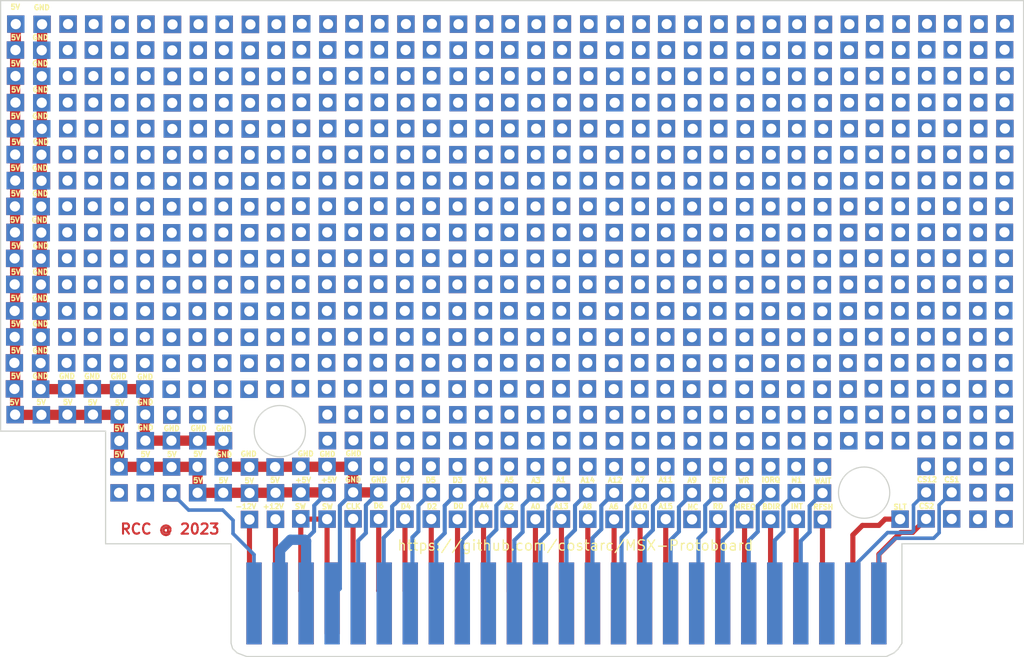
<source format=kicad_pcb>
(kicad_pcb (version 20211014) (generator pcbnew)
  (title_block (title "MSX Protoboard with Power Rails") (date "2023-02-28") (rev "1.1") (company "RCC"))
  (layers (0 "F.Cu" signal) (31 "B.Cu" signal) (34 "B.Paste" user) (35 "F.Paste" user) (36 "B.SilkS" user "B.Silkscreen") (37 "F.SilkS" user "F.Silkscreen") (38 "B.Mask" user) (39 "F.Mask" user) (44 "Edge.Cuts" user))
  (net 0 "")
  (net 1 "{slash}WR")
  (net 2 "{slash}RD")
  (net 3 "GNDREF")
  (net 4 "+5V")
  (net 5 "+12V")
  (net 6 "-12V")
  (net 9 "{slash}CS1")
  (net 10 "{slash}CS2")
  (net 11 "{slash}CS12")
  (net 12 "{slash}SLTSL")
  (net 13 "{slash}RFSH")
  (net 14 "{slash}WAIT")
  (net 15 "{slash}INT")
  (net 16 "{slash}M1")
  (net 17 "{slash}BUSDIR")
  (net 18 "{slash}IORQ")
  (net 19 "{slash}MREQ")
  (net 20 "{slash}RESET")
  (net 21 "A9")
  (net 22 "A15")
  (net 23 "A11")
  (net 24 "A10")
  (net 25 "A7")
  (net 26 "A6")
  (net 27 "A12")
  (net 28 "A8")
  (net 29 "A14")
  (net 30 "A13")
  (net 31 "A1")
  (net 32 "A0")
  (net 33 "A3")
  (net 34 "A2")
  (net 35 "A5")
  (net 36 "A4")
  (net 37 "D1")
  (net 38 "D0")
  (net 39 "D3")
  (net 40 "D2")
  (net 41 "D5")
  (net 42 "D4")
  (net 43 "D7")
  (net 44 "D6")
  (net 45 "CLOCK")
  (net 46 "SOUNDIN")
  (net 47 "SW1")
  (footprint "" (layer "F.Cu") (at 147.22473 51.990762)
    (fp_text reference "")
    (fp_text value "")
  )
  (footprint "" (layer "F.Cu") (at 129.526425 57.100416)
    (fp_text reference "")
    (fp_text value "")
  )
  (footprint "" (layer "F.Cu") (at 73.704551 41.902497)
    (fp_text reference "")
    (fp_text value "")
  )
  (footprint "" (layer "F.Cu") (at 63.393343 59.672666)
    (fp_text reference "")
    (fp_text value "")
  )
  (footprint "" (layer "F.Cu") (at 142.239189 36.75885)
    (fp_text reference "")
    (fp_text value "")
  )
  (footprint "" (layer "F.Cu") (at 126.990192 62.246359)
    (fp_text reference "")
    (fp_text value "")
  )
  (footprint "" (layer "F.Cu") (at 86.255556 54.54305)
    (fp_text reference "")
    (fp_text value "")
  )
  (footprint "" (layer "F.Cu") (at 109.096652 67.273251)
    (fp_text reference "")
    (fp_text value "")
  )
  (footprint "" (layer "F.Cu") (at 93.833001 67.279497)
    (fp_text reference "")
    (fp_text value "")
  )
  (footprint "" (layer "F.Cu") (at 91.34736 46.935635)
    (fp_text reference "")
    (fp_text value "")
  )
  (footprint "" (layer "F.Cu") (at 104.102683 41.87827)
    (fp_text reference "")
    (fp_text value "")
  )
  (footprint "" (layer "F.Cu") (at 121.93555 39.369358)
    (fp_text reference "")
    (fp_text value "")
  )
  (footprint "" (layer "F.Cu") (at 93.855399 59.668716)
    (fp_text reference "")
    (fp_text value "")
  )
  (footprint "" (layer "F.Cu") (at 93.860749 62.208101)
    (fp_text reference "")
    (fp_text value "")
  )
  (footprint "" (layer "F.Cu") (at 71.084999 54.581308)
    (fp_text reference "")
    (fp_text value "")
  )
  (footprint "" (layer "F.Cu") (at 109.197333 39.338885)
    (fp_text reference "")
    (fp_text value "")
  )
  (footprint "" (layer "F.Cu") (at 106.633255 72.342323)
    (fp_text reference "")
    (fp_text value "")
  )
  (footprint "" (layer "F.Cu") (at 91.308501 79.965692)
    (fp_text reference "")
    (fp_text value "")
  )
  (footprint "" (layer "F.Cu") (at 152.352305 52.004793)
    (fp_text reference "")
    (fp_text value "")
  )
  (footprint "" (layer "F.Cu") (at 78.662444 67.317755)
    (fp_text reference "")
    (fp_text value "")
  )
  (footprint "" (layer "F.Cu") (at 58.390522 52.035266)
    (fp_text reference "")
    (fp_text value "")
  )
  (footprint "" (layer "F.Cu") (at 147.196982 57.062158)
    (fp_text reference "")
    (fp_text value "")
  )
  (footprint "" (layer "F.Cu") (at 86.260749 62.208101)
    (fp_text reference "")
    (fp_text value "")
  )
  (footprint "" (layer "F.Cu") (at 86.233001 67.279497)
    (fp_text reference "")
    (fp_text value "")
  )
  (footprint "" (layer "F.Cu") (at 116.810369 79.989919)
    (fp_text reference "")
    (fp_text value "")
  )
  (footprint "" (layer "F.Cu") (at 149.727651 64.740112)
    (fp_text reference "")
    (fp_text value "")
  )
  (footprint "" (layer "F.Cu") (at 137.121075 54.561031)
    (fp_text reference "")
    (fp_text value "")
  )
  (footprint "" (layer "F.Cu") (at 132.099201 39.363112)
    (fp_text reference "")
    (fp_text value "")
  )
  (footprint "" (layer "F.Cu") (at 91.296982 57.062158)
    (fp_text reference "")
    (fp_text value "")
  )
  (footprint "" (layer "F.Cu") (at 76.126425 57.100416)
    (fp_text reference "")
    (fp_text value "")
  )
  (footprint "" (layer "F.Cu") (at 137.171199 72.346273)
    (fp_text reference "")
    (fp_text value "")
  )
  (footprint "" (layer "F.Cu") (at 83.775265 36.738573)
    (fp_text reference "")
    (fp_text value "")
  )
  (footprint "" (layer "F.Cu") (at 78.768475 41.922774)
    (fp_text reference "")
    (fp_text value "")
  )
  (footprint "" (layer "F.Cu") (at 103.991302 64.733866)
    (fp_text reference "")
    (fp_text value "")
  )
  (footprint "" (layer "F.Cu") (at 152.291302 64.733866)
    (fp_text reference "")
    (fp_text value "")
  )
  (footprint "" (layer "F.Cu") (at 129.548823 49.489635)
    (fp_text reference "")
    (fp_text value "")
  )
  (footprint "" (layer "F.Cu") (at 109.1244 62.201855)
    (fp_text reference "")
    (fp_text value "")
  )
  (footprint "" (layer "F.Cu") (at 109.169585 44.410281)
    (fp_text reference "")
    (fp_text value "")
  )
  (footprint "" (layer "F.Cu") (at 144.803013 31.667177)
    (fp_text reference "")
    (fp_text value "")
  )
  (footprint "" (layer "F.Cu") (at 71.129773 69.827165)
    (fp_text reference "")
    (fp_text value "")
  )
  (footprint "" (layer "F.Cu") (at 88.875265 36.738573)
    (fp_text reference "")
    (fp_text value "")
  )
  (footprint "" (layer "F.Cu") (at 78.763282 34.257723)
    (fp_text reference "")
    (fp_text value "")
  )
  (footprint "" (layer "F.Cu") (at 60.943878 44.420477)
    (fp_text reference "")
    (fp_text value "")
  )
  (footprint "" (layer "F.Cu") (at 149.788654 52.011039)
    (fp_text reference "")
    (fp_text value "")
  )
  (footprint "" (layer "F.Cu") (at 119.371783 34.223415)
    (fp_text reference "")
    (fp_text value "")
  )
  (footprint "" (layer "F.Cu") (at 68.498693 62.212051)
    (fp_text reference "")
    (fp_text value "")
  )
  (footprint "" (layer "F.Cu") (at 124.449228 46.959862)
    (fp_text reference "")
    (fp_text value "")
  )
  (footprint "" (layer "F.Cu") (at 66.0409 41.908743)
    (fp_text reference "")
    (fp_text value "")
  )
  (footprint "" (layer "F.Cu") (at 119.376976 41.888466)
    (fp_text reference "")
    (fp_text value "")
  )
  (footprint "" (layer "F.Cu") (at 58.329519 64.764339)
    (fp_text reference "")
    (fp_text value "")
  )
  (footprint "" (layer "F.Cu") (at 96.436406 69.76863)
    (fp_text reference "")
    (fp_text value "")
  )
  (footprint "" (layer "F.Cu") (at 129.521075 54.561031)
    (fp_text reference "")
    (fp_text value "")
  )
  (footprint "" (layer "F.Cu") (at 98.982974 59.682747)
    (fp_text reference "")
    (fp_text value "")
  )
  (footprint "" (layer "F.Cu") (at 144.74736 46.935635)
    (fp_text reference "")
    (fp_text value "")
  )
  (footprint "" (layer "F.Cu") (at 101.630588 31.681208)
    (fp_text reference "")
    (fp_text value "")
  )
  (footprint "" (layer "F.Cu") (at 129.599201 39.363112)
    (fp_text reference "")
    (fp_text value "")
  )
  (footprint "" (layer "F.Cu") (at 147.214008 77.379411)
    (fp_text reference "")
    (fp_text value "")
  )
  (footprint "" (layer "F.Cu") (at 71.135377 44.454785)
    (fp_text reference "")
    (fp_text value "")
  )
  (footprint "" (layer "F.Cu") (at 63.3935 54.547)
    (fp_text reference "")
    (fp_text value "")
  )
  (footprint "" (layer "F.Cu") (at 101.59749 34.213219)
    (fp_text reference "")
    (fp_text value "")
  )
  (footprint "" (layer "F.Cu") (at 76.09852 67.297478)
    (fp_text reference "")
    (fp_text value "")
  )
  (footprint "" (layer "F.Cu") (at 111.771626 39.349081)
    (fp_text reference "")
    (fp_text value "")
  )
  (footprint "" (layer "F.Cu") (at 147.275265 36.738573)
    (fp_text reference "")
    (fp_text value "")
  )
  (footprint "" (layer "F.Cu") (at 88.808501 79.965692)
    (fp_text reference "")
    (fp_text value "")
  )
  (footprint "" (layer "F.Cu") (at 114.234869 67.303724)
    (fp_text reference "")
    (fp_text value "")
  )
  (footprint "" (layer "F.Cu") (at 83.708658 74.840026)
    (fp_text reference "")
    (fp_text value "")
  )
  (footprint "" (layer "F.Cu") (at 121.87445 74.88453)
    (fp_text reference "")
    (fp_text value "")
  )
  (footprint "" (layer "F.Cu") (at 73.626268 62.226082)
    (fp_text reference "")
    (fp_text value "")
  )
  (footprint "" (layer "F.Cu") (at 55.838274 69.792857)
    (fp_text reference "")
    (fp_text value "")
  )
  (footprint "" (layer "F.Cu") (at 96.41905 59.66247)
    (fp_text reference "")
    (fp_text value "")
  )
  (footprint "" (layer "F.Cu") (at 134.584842 59.706974)
    (fp_text reference "")
    (fp_text value "")
  )
  (footprint "" (layer "F.Cu") (at 71.102025 74.898561)
    (fp_text reference "")
    (fp_text value "")
  )
  (footprint "" (layer "F.Cu") (at 152.369331 72.322046)
    (fp_text reference "")
    (fp_text value "")
  )
  (footprint "" (layer "F.Cu") (at 66.002198 69.813134)
    (fp_text reference "")
    (fp_text value "")
  )
  (footprint "" (layer "F.Cu") (at 114.307548 72.352519)
    (fp_text reference "")
    (fp_text value "")
  )
  (footprint "" (layer "F.Cu") (at 106.588324 62.222132)
    (fp_text reference "")
    (fp_text value "")
  )
  (footprint "" (layer "F.Cu") (at 73.59317 64.758093)
    (fp_text reference "")
    (fp_text value "")
  )
  (footprint "" (layer "F.Cu") (at 96.369077 67.25922)
    (fp_text reference "")
    (fp_text value "")
  )
  (footprint "" (layer "F.Cu") (at 114.229519 64.764339)
    (fp_text reference "")
    (fp_text value "")
  )
  (footprint "" (layer "F.Cu") (at 104.10284 36.752604)
    (fp_text reference "")
    (fp_text value "")
  )
  (footprint "" (layer "F.Cu") (at 142.233839 34.219465)
    (fp_text reference "")
    (fp_text value "")
  )
  (footprint "" (layer "F.Cu") (at 137.09317 64.758093)
    (fp_text reference "")
    (fp_text value "")
  )
  (footprint "" (layer "F.Cu") (at 139.636406 69.76863)
    (fp_text reference "")
    (fp_text value "")
  )
  (footprint "" (layer "F.Cu") (at 121.874293 80.010196)
    (fp_text reference "")
    (fp_text value "")
  )
  (footprint "" (layer "F.Cu") (at 58.413152 46.980139)
    (fp_text reference "")
    (fp_text value "")
  )
  (footprint "" (layer "F.Cu") (at 116.810526 74.864253)
    (fp_text reference "")
    (fp_text value "")
  )
  (footprint "" (layer "F.Cu") (at 88.769077 67.25922)
    (fp_text reference "")
    (fp_text value "")
  )
  (footprint "" (layer "F.Cu") (at 86.272582 74.860303)
    (fp_text reference "")
    (fp_text value "")
  )
  (footprint "" (layer "F.Cu") (at 119.315876 77.403638)
    (fp_text reference "")
    (fp_text value "")
  )
  (footprint "" (layer "F.Cu") (at 137.120918 59.686697)
    (fp_text reference "")
    (fp_text value "")
  )
  (footprint "" (layer "F.Cu") (at 147.275108 41.864239)
    (fp_text reference "")
    (fp_text value "")
  )
  (footprint "" (layer "F.Cu") (at 88.814008 77.379411)
    (fp_text reference "")
    (fp_text value "")
  )
  (footprint "" (layer "F.Cu") (at 71.168632 36.797108)
    (fp_text reference "")
    (fp_text value "")
  )
  (footprint "" (layer "F.Cu") (at 55.849228 46.959862)
    (fp_text reference "")
    (fp_text value "")
  )
  (footprint "" (layer "F.Cu") (at 106.638859 46.969943)
    (fp_text reference "")
    (fp_text value "")
  )
  (footprint "" (layer "F.Cu") (at 78.712747 49.509912)
    (fp_text reference "")
    (fp_text value "")
  )
  (footprint "" (layer "F.Cu") (at 86.333839 34.219465)
    (fp_text reference "")
    (fp_text value "")
  )
  (footprint "" (layer "F.Cu") (at 99.094512 31.701485)
    (fp_text reference "")
    (fp_text value "")
  )
  (footprint "" (layer "F.Cu") (at 129.571453 44.434508)
    (fp_text reference "")
    (fp_text value "")
  )
  (footprint "" (layer "F.Cu") (at 68.49317 64.758093)
    (fp_text reference "")
    (fp_text value "")
  )
  (footprint "" (layer "F.Cu") (at 86.339032 41.884516)
    (fp_text reference "")
    (fp_text value "")
  )
  (footprint "" (layer "F.Cu") (at 104.074935 46.949666)
    (fp_text reference "")
    (fp_text value "")
  )
  (footprint "" (layer "F.Cu") (at 116.871783 34.223415)
    (fp_text reference "")
    (fp_text value "")
  )
  (footprint "" (layer "F.Cu") (at 88.791475 59.648439)
    (fp_text reference "")
    (fp_text value "")
  )
  (footprint "" (layer "F.Cu") (at 111.721248 49.475604)
    (fp_text reference "")
    (fp_text value "")
  )
  (footprint "" (layer "F.Cu") (at 124.471626 39.349081)
    (fp_text reference "")
    (fp_text value "")
  )
  (footprint "" (layer "F.Cu") (at 86.30568 72.328292)
    (fp_text reference "")
    (fp_text value "")
  )
  (footprint "" (layer "F.Cu") (at 91.34201 44.39625)
    (fp_text reference "")
    (fp_text value "")
  )
  (footprint "" (layer "F.Cu") (at 119.310369 79.989919)
    (fp_text reference "")
    (fp_text value "")
  )
  (footprint "" (layer "F.Cu") (at 129.565849 69.806888)
    (fp_text reference "")
    (fp_text value "")
  )
  (footprint "" (layer "F.Cu") (at 144.769915 34.199188)
    (fp_text reference "")
    (fp_text value "")
  )
  (footprint "" (layer "F.Cu") (at 71.087435 72.331464)
    (fp_text reference "")
    (fp_text value "")
  )
  (footprint "" (layer "F.Cu") (at 139.675265 36.738573)
    (fp_text reference "")
    (fp_text value "")
  )
  (footprint "" (layer "F.Cu") (at 101.536076 79.979723)
    (fp_text reference "")
    (fp_text value "")
  )
  (footprint "" (layer "F.Cu") (at 99.061414 34.233496)
    (fp_text reference "")
    (fp_text value "")
  )
  (footprint "" (layer "F.Cu") (at 139.596825 62.187824)
    (fp_text reference "")
    (fp_text value "")
  )
  (footprint "" (layer "F.Cu") (at 137.199358 34.237446)
    (fp_text reference "")
    (fp_text value "")
  )
  (footprint "" (layer "F.Cu") (at 124.39317 64.758093)
    (fp_text reference "")
    (fp_text value "")
  )
  (footprint "" (layer "F.Cu") (at 101.563981 69.782661)
    (fp_text reference "")
    (fp_text value "")
  )
  (footprint "" (layer "F.Cu") (at 78.702025 74.898561)
    (fp_text reference "")
    (fp_text value "")
  )
  (footprint "" (layer "F.Cu") (at 98.983131 54.557081)
    (fp_text reference "")
    (fp_text value "")
  )
  (footprint "" (layer "F.Cu") (at 124.3935 54.547)
    (fp_text reference "")
    (fp_text value "")
  )
  (footprint "" (layer "F.Cu") (at 76.154173 52.02902)
    (fp_text reference "")
    (fp_text value "")
  )
  (footprint "" (layer "F.Cu") (at 152.341583 77.393442)
    (fp_text reference "")
    (fp_text value "")
  )
  (footprint "" (layer "F.Cu") (at 81.332456 31.705435)
    (fp_text reference "")
    (fp_text value "")
  )
  (footprint "" (layer "F.Cu") (at 81.221075 54.561031)
    (fp_text reference "")
    (fp_text value "")
  )
  (footprint "" (layer "F.Cu") (at 104.052305 52.004793)
    (fp_text reference "")
    (fp_text value "")
  )
  (footprint "" (layer "F.Cu") (at 71.168475 41.922774)
    (fp_text reference "")
    (fp_text value "")
  )
  (footprint "" (layer "F.Cu") (at 114.285172 49.495881)
    (fp_text reference "")
    (fp_text value "")
  )
  (footprint "" (layer "F.Cu") (at 63.476976 41.888466)
    (fp_text reference "")
    (fp_text value "")
  )
  (footprint "" (layer "F.Cu") (at 76.176803 46.973893)
    (fp_text reference "")
    (fp_text value "")
  )
  (footprint "" (layer "F.Cu") (at 116.849228 46.959862)
    (fp_text reference "")
    (fp_text value "")
  )
  (footprint "" (layer "F.Cu") (at 88.841756 72.308015)
    (fp_text reference "")
    (fp_text value "")
  )
  (footprint "" (layer "F.Cu") (at 65.962617 62.232328)
    (fp_text reference "")
    (fp_text value "")
  )
  (footprint "" (layer "F.Cu") (at 134.590192 62.246359)
    (fp_text reference "")
    (fp_text value "")
  )
  (footprint "" (layer "F.Cu") (at 132.071453 44.434508)
    (fp_text reference "")
    (fp_text value "")
  )
  (footprint "" (layer "F.Cu") (at 101.597333 39.338885)
    (fp_text reference "")
    (fp_text value "")
  )
  (footprint "" (layer "F.Cu") (at 96.441756 72.308015)
    (fp_text reference "")
    (fp_text value "")
  )
  (footprint "" (layer "F.Cu") (at 134.590349 57.120693)
    (fp_text reference "")
    (fp_text value "")
  )
  (footprint "" (layer "F.Cu") (at 149.760749 62.208101)
    (fp_text reference "")
    (fp_text value "")
  )
  (footprint "" (layer "F.Cu") (at 63.471626 39.349081)
    (fp_text reference "")
    (fp_text value "")
  )
  (footprint "" (layer "F.Cu") (at 76.204708 36.776831)
    (fp_text reference "")
    (fp_text value "")
  )
  (footprint "" (layer "F.Cu") (at 137.199201 39.363112)
    (fp_text reference "")
    (fp_text value "")
  )
  (footprint "" (layer "F.Cu") (at 127.09638 31.725712)
    (fp_text reference "")
    (fp_text value "")
  )
  (footprint "" (layer "F.Cu") (at 109.152305 52.004793)
    (fp_text reference "")
    (fp_text value "")
  )
  (footprint "" (layer "F.Cu") (at 109.163981 69.782661)
    (fp_text reference "")
    (fp_text value "")
  )
  (footprint "" (layer "F.Cu") (at 147.208501 79.965692)
    (fp_text reference "")
    (fp_text value "")
  )
  (footprint "" (layer "F.Cu") (at 55.826598 52.014989)
    (fp_text reference "")
    (fp_text value "")
  )
  (footprint "" (layer "F.Cu") (at 106.627905 69.802938)
    (fp_text reference "")
    (fp_text value "")
  )
  (footprint "" (layer "F.Cu") (at 132.043451 77.417669)
    (fp_text reference "")
    (fp_text value "")
  )
  (footprint "" (layer "F.Cu") (at 104.024557 57.076189)
    (fp_text reference "")
    (fp_text value "")
  )
  (footprint "" (layer "F.Cu") (at 114.307802 44.440754)
    (fp_text reference "")
    (fp_text value "")
  )
  (footprint "" (layer "F.Cu") (at 58.402198 69.813134)
    (fp_text reference "")
    (fp_text value "")
  )
  (footprint "" (layer "F.Cu") (at 109.19749 34.213219)
    (fp_text reference "")
    (fp_text value "")
  )
  (footprint "" (layer "F.Cu") (at 99.061257 39.359162)
    (fp_text reference "")
    (fp_text value "")
  )
  (footprint "" (layer "F.Cu") (at 127.040727 46.99417)
    (fp_text reference "")
    (fp_text value "")
  )
  (footprint "" (layer "F.Cu") (at 152.369585 44.410281)
    (fp_text reference "")
    (fp_text value "")
  )
  (footprint "" (layer "F.Cu") (at 139.62473 51.990762)
    (fp_text reference "")
    (fp_text value "")
  )
  (footprint "" (layer "F.Cu") (at 134.635377 44.454785)
    (fp_text reference "")
    (fp_text value "")
  )
  (footprint "" (layer "F.Cu") (at 58.441057 36.783077)
    (fp_text reference "")
    (fp_text value "")
  )
  (footprint "" (layer "F.Cu") (at 78.735377 44.454785)
    (fp_text reference "")
    (fp_text value "")
  )
  (footprint "" (layer "F.Cu") (at 76.126268 62.226082)
    (fp_text reference "")
    (fp_text value "")
  )
  (footprint "" (layer "F.Cu") (at 152.319207 54.536804)
    (fp_text reference "")
    (fp_text value "")
  )
  (footprint "" (layer "F.Cu") (at 116.765595 64.744062)
    (fp_text reference "")
    (fp_text value "")
  )
  (footprint "" (layer "F.Cu") (at 76.171199 72.346273)
    (fp_text reference "")
    (fp_text value "")
  )
  (footprint "" (layer "F.Cu") (at 83.803013 31.667177)
    (fp_text reference "")
    (fp_text value "")
  )
  (footprint "" (layer "F.Cu") (at 144.775108 41.864239)
    (fp_text reference "")
    (fp_text value "")
  )
  (footprint "" (layer "F.Cu") (at 63.426598 52.014989)
    (fp_text reference "")
    (fp_text value "")
  )
  (footprint "" (layer "F.Cu") (at 144.736406 69.76863)
    (fp_text reference "")
    (fp_text value "")
  )
  (footprint "" (layer "F.Cu") (at 83.775108 41.864239)
    (fp_text reference "")
    (fp_text value "")
  )
  (footprint "" (layer "F.Cu") (at 144.769758 39.324854)
    (fp_text reference "")
    (fp_text value "")
  )
  (footprint "" (layer "F.Cu") (at 96.436076 79.979723)
    (fp_text reference "")
    (fp_text value "")
  )
  (footprint "" (layer "F.Cu") (at 111.710526 74.864253)
    (fp_text reference "")
    (fp_text value "")
  )
  (footprint "" (layer "F.Cu") (at 106.694512 31.701485)
    (fp_text reference "")
    (fp_text value "")
  )
  (footprint "" (layer "F.Cu") (at 73.648823 49.489635)
    (fp_text reference "")
    (fp_text value "")
  )
  (footprint "" (layer "F.Cu") (at 83.691632 54.522773)
    (fp_text reference "")
    (fp_text value "")
  )
  (footprint "" (layer "F.Cu") (at 55.770945 67.283447)
    (fp_text reference "")
    (fp_text value "")
  )
  (footprint "" (layer "F.Cu") (at 111.738274 69.792857)
    (fp_text reference "")
    (fp_text value "")
  )
  (footprint "" (layer "F.Cu") (at 129.554173 52.02902)
    (fp_text reference "")
    (fp_text value "")
  )
  (footprint "" (layer "F.Cu") (at 116.904881 31.691404)
    (fp_text reference "")
    (fp_text value "")
  )
  (footprint "" (layer "F.Cu") (at 149.833839 34.219465)
    (fp_text reference "")
    (fp_text value "")
  )
  (footprint "" (layer "F.Cu") (at 116.770945 67.283447)
    (fp_text reference "")
    (fp_text value "")
  )
  (footprint "" (layer "F.Cu") (at 106.583131 54.557081)
    (fp_text reference "")
    (fp_text value "")
  )
  (footprint "" (layer "F.Cu") (at 101.491302 64.733866)
    (fp_text reference "")
    (fp_text value "")
  )
  (footprint "" (layer "F.Cu") (at 101.552305 52.004793)
    (fp_text reference "")
    (fp_text value "")
  )
  (footprint "" (layer "F.Cu") (at 152.296652 67.273251)
    (fp_text reference "")
    (fp_text value "")
  )
  (footprint "" (layer "F.Cu") (at 55.7935 54.547)
    (fp_text reference "")
    (fp_text value "")
  )
  (footprint "" (layer "F.Cu") (at 134.562444 67.317755)
    (fp_text reference "")
    (fp_text value "")
  )
  (footprint "" (layer "F.Cu") (at 124.415876 77.403638)
    (fp_text reference "")
    (fp_text value "")
  )
  (footprint "" (layer "F.Cu") (at 132.099358 34.237446)
    (fp_text reference "")
    (fp_text value "")
  )
  (footprint "" (layer "F.Cu") (at 137.154173 52.02902)
    (fp_text reference "")
    (fp_text value "")
  )
  (footprint "" (layer "F.Cu") (at 139.64201 44.39625)
    (fp_text reference "")
    (fp_text value "")
  )
  (footprint "" (layer "F.Cu") (at 106.661257 39.359162)
    (fp_text reference "")
    (fp_text value "")
  )
  (footprint "" (layer "F.Cu") (at 83.669077 67.25922)
    (fp_text reference "")
    (fp_text value "")
  )
  (footprint "" (layer "F.Cu") (at 83.74201 44.39625)
    (fp_text reference "")
    (fp_text value "")
  )
  (footprint "" (layer "F.Cu") (at 114.257424 54.567277)
    (fp_text reference "")
    (fp_text value "")
  )
  (footprint "" (layer "F.Cu") (at 63.39885 57.086385)
    (fp_text reference "")
    (fp_text value "")
  )
  (footprint "" (layer "F.Cu") (at 104.069585 44.410281)
    (fp_text reference "")
    (fp_text value "")
  )
  (footprint "" (layer "F.Cu") (at 86.277932 77.399688)
    (fp_text reference "")
    (fp_text value "")
  )
  (footprint "" (layer "F.Cu") (at 111.743878 44.420477)
    (fp_text reference "")
    (fp_text value "")
  )
  (footprint "" (layer "F.Cu") (at 131.99317 64.758093)
    (fp_text reference "")
    (fp_text value "")
  )
  (footprint "" (layer "F.Cu") (at 149.755399 59.668716)
    (fp_text reference "")
    (fp_text value "")
  )
  (footprint "" (layer "F.Cu") (at 96.475265 36.738573)
    (fp_text reference "")
    (fp_text value "")
  )
  (footprint "" (layer "F.Cu") (at 109.141583 77.393442)
    (fp_text reference "")
    (fp_text value "")
  )
  (footprint "" (layer "F.Cu") (at 83.691475 59.648439)
    (fp_text reference "")
    (fp_text value "")
  )
  (footprint "" (layer "F.Cu") (at 88.763727 64.719835)
    (fp_text reference "")
    (fp_text value "")
  )
  (footprint "" (layer "F.Cu") (at 109.230588 31.681208)
    (fp_text reference "")
    (fp_text value "")
  )
  (footprint "" (layer "F.Cu") (at 106.6 80)
    (fp_text reference "")
    (fp_text value "")
  )
  (footprint "" (layer "F.Cu") (at 68.604881 31.691404)
    (fp_text reference "")
    (fp_text value "")
  )
  (footprint "" (layer "F.Cu") (at 142.266937 31.687454)
    (fp_text reference "")
    (fp_text value "")
  )
  (footprint "" (layer "F.Cu") (at 109.169331 72.322046)
    (fp_text reference "")
    (fp_text value "")
  )
  (footprint "" (layer "F.Cu") (at 91.308658 74.840026)
    (fp_text reference "")
    (fp_text value "")
  )
  (footprint "" (layer "F.Cu") (at 134.663125 39.383389)
    (fp_text reference "")
    (fp_text value "")
  )
  (footprint "" (layer "F.Cu") (at 142.20568 72.328292)
    (fp_text reference "")
    (fp_text value "")
  )
  (footprint "" (layer "F.Cu") (at 147.236406 69.76863)
    (fp_text reference "")
    (fp_text value "")
  )
  (footprint "" (layer "F.Cu") (at 101.541583 77.393442)
    (fp_text reference "")
    (fp_text value "")
  )
  (footprint "" (layer "F.Cu") (at 152.374935 46.949666)
    (fp_text reference "")
    (fp_text value "")
  )
  (footprint "" (layer "F.Cu") (at 104.097333 39.338885)
    (fp_text reference "")
    (fp_text value "")
  )
  (footprint "" (layer "F.Cu") (at 78.684999 54.581308)
    (fp_text reference "")
    (fp_text value "")
  )
  (footprint "" (layer "F.Cu") (at 73.638101 74.878284)
    (fp_text reference "")
    (fp_text value "")
  )
  (footprint "" (layer "F.Cu") (at 76.138101 74.878284)
    (fp_text reference "")
    (fp_text value "")
  )
  (footprint "" (layer "F.Cu") (at 137.176803 46.973893)
    (fp_text reference "")
    (fp_text value "")
  )
  (footprint "" (layer "F.Cu") (at 139.64736 46.935635)
    (fp_text reference "")
    (fp_text value "")
  )
  (footprint "" (layer "F.Cu") (at 101.60284 36.752604)
    (fp_text reference "")
    (fp_text value "")
  )
  (footprint "" (layer "F.Cu") (at 139.675108 41.864239)
    (fp_text reference "")
    (fp_text value "")
  )
  (footprint "" (layer "F.Cu") (at 96.42473 51.990762)
    (fp_text reference "")
    (fp_text value "")
  )
  (footprint "" (layer "F.Cu") (at 93.933839 34.219465)
    (fp_text reference "")
    (fp_text value "")
  )
  (footprint "" (layer "F.Cu") (at 65.990522 52.035266)
    (fp_text reference "")
    (fp_text value "")
  )
  (footprint "" (layer "F.Cu") (at 93.939032 41.884516)
    (fp_text reference "")
    (fp_text value "")
  )
  (footprint "" (layer "F.Cu") (at 129.571199 72.346273)
    (fp_text reference "")
    (fp_text value "")
  )
  (footprint "" (layer "F.Cu") (at 147.24201 44.39625)
    (fp_text reference "")
    (fp_text value "")
  )
  (footprint "" (layer "F.Cu") (at 116.798693 62.212051)
    (fp_text reference "")
    (fp_text value "")
  )
  (footprint "" (layer "F.Cu") (at 83.74736 46.935635)
    (fp_text reference "")
    (fp_text value "")
  )
  (footprint "" (layer "F.Cu") (at 129.520918 59.686697)
    (fp_text reference "")
    (fp_text value "")
  )
  (footprint "Roni Footprints:MSX_CART_SW_Official" (layer "F.Cu") (at 103.3244 58.001855)
    (fp_text reference "CONN1" hide)
    (fp_text value "MSX_BUS" hide)
    (fp_line (start -38.66 24.388435) (end -26.42 24.388435) (layer "Edge.Cuts") (width 0.12))
    (fp_line (start 39.03 24.388435) (end 50.9 24.388435) (layer "Edge.Cuts") (width 0.12))
    (fp_line (start 50.9 -28.6) (end -48.9 -28.6) (layer "Edge.Cuts") (width 0.12))
    (fp_line (start 38.647705 34.674006) (end 39.03 34.091713) (layer "Edge.Cuts") (width 0.12))
    (fp_line (start -48.9 13.4) (end -38.66 13.4) (layer "Edge.Cuts") (width 0.12))
    (fp_line (start 37.500957 35.390806) (end 38.24498 35.044512) (layer "Edge.Cuts") (width 0.12))
    (fp_line (start -38.66 13.4) (end -38.66 24.388435) (layer "Edge.Cuts") (width 0.12))
    (fp_line (start -26.42 34.091713) (end -26.268836 34.609987) (layer "Edge.Cuts") (width 0.12))
    (fp_line (start -48.9 13.4) (end -48.9 -28.6) (layer "Edge.Cuts") (width 0.12))
    (fp_line (start -25.815346 35.041883) (end -24.892279 35.390806) (layer "Edge.Cuts") (width 0.12))
    (fp_line (start -26.268836 34.609987) (end -25.815346 35.041883) (layer "Edge.Cuts") (width 0.12))
    (fp_line (start -26.42 34.091713) (end -26.42 24.388435) (layer "Edge.Cuts") (width 0.12))
    (fp_line (start 50.9 -28.6) (end 50.9 24.388435) (layer "Edge.Cuts") (width 0.12))
    (fp_line (start 38.24498 35.044512) (end 38.647705 34.674006) (layer "Edge.Cuts") (width 0.12))
    (fp_line (start 39.03 24.388435) (end 39.03 34.091713) (layer "Edge.Cuts") (width 0.12))
    (fp_line (start -24.892279 35.390806) (end 37.500957 35.390806) (layer "Edge.Cuts") (width 0.12))
    (fp_circle (center -21.66 13.4) (end -19.16 13.4) (layer "Edge.Cuts") (width 0.12) (fill none))
    (fp_circle (center 35.34 19.4) (end 37.84 19.4) (layer "Edge.Cuts") (width 0.12) (fill none))
  )
  (footprint "" (layer "F.Cu") (at 134.69638 31.725712)
    (fp_text reference "")
    (fp_text value "")
  )
  (footprint "" (layer "F.Cu") (at 144.708501 79.965692)
    (fp_text reference "")
    (fp_text value "")
  )
  (footprint "" (layer "F.Cu") (at 93.90568 72.328292)
    (fp_text reference "")
    (fp_text value "")
  )
  (footprint "" (layer "F.Cu") (at 121.8798 77.423915)
    (fp_text reference "")
    (fp_text value "")
  )
  (footprint "" (layer "F.Cu") (at 104.130588 31.681208)
    (fp_text reference "")
    (fp_text value "")
  )
  (footprint "" (layer "F.Cu") (at 86.305934 44.416527)
    (fp_text reference "")
    (fp_text value "")
  )
  (footprint "" (layer "F.Cu") (at 126.957094 64.77837)
    (fp_text reference "")
    (fp_text value "")
  )
  (footprint "" (layer "F.Cu") (at 127.012747 49.509912)
    (fp_text reference "")
    (fp_text value "")
  )
  (footprint "" (layer "F.Cu") (at 81.2 74.9)
    (fp_text reference "")
    (fp_text value "")
  )
  (footprint "" (layer "F.Cu") (at 78.684842 59.706974)
    (fp_text reference "")
    (fp_text value "")
  )
  (footprint "" (layer "F.Cu") (at 147.269758 39.324854)
    (fp_text reference "")
    (fp_text value "")
  )
  (footprint "" (layer "F.Cu") (at 144.663727 64.719835)
    (fp_text reference "")
    (fp_text value "")
  )
  (footprint "" (layer "F.Cu") (at 114.274293 80.010196)
    (fp_text reference "")
    (fp_text value "")
  )
  (footprint "" (layer "F.Cu") (at 96.424557 57.076189)
    (fp_text reference "")
    (fp_text value "")
  )
  (footprint "" (layer "F.Cu") (at 127.063282 34.257723)
    (fp_text reference "")
    (fp_text value "")
  )
  (footprint "" (layer "F.Cu") (at 81.243451 77.417669)
    (fp_text reference "")
    (fp_text value "")
  )
  (footprint "" (layer "F.Cu") (at 116.838274 69.792857)
    (fp_text reference "")
    (fp_text value "")
  )
  (footprint "" (layer "F.Cu") (at 106.661414 34.233496)
    (fp_text reference "")
    (fp_text value "")
  )
  (footprint "" (layer "F.Cu") (at 124.410369 79.989919)
    (fp_text reference "")
    (fp_text value "")
  )
  (footprint "" (layer "F.Cu") (at 55.793343 59.672666)
    (fp_text reference "")
    (fp_text value "")
  )
  (footprint "" (layer "F.Cu") (at 137.165849 69.806888)
    (fp_text reference "")
    (fp_text value "")
  )
  (footprint "" (layer "F.Cu") (at 119.270945 67.283447)
    (fp_text reference "")
    (fp_text value "")
  )
  (footprint "" (layer "F.Cu") (at 121.935707 34.243692)
    (fp_text reference "")
    (fp_text value "")
  )
  (footprint "" (layer "F.Cu") (at 109.119207 54.536804)
    (fp_text reference "")
    (fp_text value "")
  )
  (footprint "" (layer "F.Cu") (at 139.591475 59.648439)
    (fp_text reference "")
    (fp_text value "")
  )
  (footprint "" (layer "F.Cu") (at 111.743624 72.332242)
    (fp_text reference "")
    (fp_text value "")
  )
  (footprint "" (layer "F.Cu") (at 124.370945 67.283447)
    (fp_text reference "")
    (fp_text value "")
  )
  (footprint "" (layer "F.Cu") (at 126.990349 57.120693)
    (fp_text reference "")
    (fp_text value "")
  )
  (footprint "" (layer "F.Cu") (at 83.714008 77.379411)
    (fp_text reference "")
    (fp_text value "")
  )
  (footprint "" (layer "F.Cu") (at 68.577133 36.7628)
    (fp_text reference "")
    (fp_text value "")
  )
  (footprint "" (layer "F.Cu") (at 101.569585 44.410281)
    (fp_text reference "")
    (fp_text value "")
  )
  (footprint "" (layer "F.Cu") (at 149.866937 31.687454)
    (fp_text reference "")
    (fp_text value "")
  )
  (footprint "" (layer "F.Cu") (at 55.871783 34.223415)
    (fp_text reference "")
    (fp_text value "")
  )
  (footprint "" (layer "F.Cu") (at 137.204551 41.902497)
    (fp_text reference "")
    (fp_text value "")
  )
  (footprint "" (layer "F.Cu") (at 88.869758 39.324854)
    (fp_text reference "")
    (fp_text value "")
  )
  (footprint "" (layer "F.Cu") (at 66.013152 46.980139)
    (fp_text reference "")
    (fp_text value "")
  )
  (footprint "" (layer "F.Cu") (at 121.907802 44.440754)
    (fp_text reference "")
    (fp_text value "")
  )
  (footprint "" (layer "F.Cu") (at 126.962444 67.317755)
    (fp_text reference "")
    (fp_text value "")
  )
  (footprint "" (layer "F.Cu") (at 91.336406 69.76863)
    (fp_text reference "")
    (fp_text value "")
  )
  (footprint "" (layer "F.Cu") (at 142.160749 62.208101)
    (fp_text reference "")
    (fp_text value "")
  )
  (footprint "" (layer "F.Cu") (at 63.370945 67.283447)
    (fp_text reference "")
    (fp_text value "")
  )
  (footprint "" (layer "F.Cu") (at 55.821248 49.475604)
    (fp_text reference "")
    (fp_text value "")
  )
  (footprint "" (layer "F.Cu") (at 58.435707 34.243692)
    (fp_text reference "")
    (fp_text value "")
  )
  (footprint "" (layer "F.Cu") (at 109.091302 64.733866)
    (fp_text reference "")
    (fp_text value "")
  )
  (footprint "" (layer "F.Cu") (at 73.699201 39.363112)
    (fp_text reference "")
    (fp_text value "")
  )
  (footprint "" (layer "F.Cu") (at 144.714008 77.379411)
    (fp_text reference "")
    (fp_text value "")
  )
  (footprint "" (layer "F.Cu") (at 149.80568 72.328292)
    (fp_text reference "")
    (fp_text value "")
  )
  (footprint "" (layer "F.Cu") (at 137.126268 62.226082)
    (fp_text reference "")
    (fp_text value "")
  )
  (footprint "" (layer "F.Cu") (at 137.09852 67.297478)
    (fp_text reference "")
    (fp_text value "")
  )
  (footprint "" (layer "F.Cu") (at 93.939189 36.75885)
    (fp_text reference "")
    (fp_text value "")
  )
  (footprint "" (layer "F.Cu") (at 114.313152 46.980139)
    (fp_text reference "")
    (fp_text value "")
  )
  (footprint "" (layer "F.Cu") (at 81.220918 59.686697)
    (fp_text reference "")
    (fp_text value "")
  )
  (footprint "" (layer "F.Cu") (at 96.475108 41.864239)
    (fp_text reference "")
    (fp_text value "")
  )
  (footprint "" (layer "F.Cu") (at 119.338274 69.792857)
    (fp_text reference "")
    (fp_text value "")
  )
  (footprint "" (layer "F.Cu") (at 109.136076 79.979723)
    (fp_text reference "")
    (fp_text value "")
  )
  (footprint "" (layer "F.Cu") (at 139.569077 67.25922)
    (fp_text reference "")
    (fp_text value "")
  )
  (footprint "" (layer "F.Cu") (at 134.618097 52.049297)
    (fp_text reference "")
    (fp_text value "")
  )
  (footprint "" (layer "F.Cu") (at 119.310526 74.864253)
    (fp_text reference "")
    (fp_text value "")
  )
  (footprint "" (layer "F.Cu") (at 98.988324 62.222132)
    (fp_text reference "")
    (fp_text value "")
  )
  (footprint "" (layer "F.Cu") (at 58.334869 67.303724)
    (fp_text reference "")
    (fp_text value "")
  )
  (footprint "" (layer "F.Cu") (at 73.699358 34.237446)
    (fp_text reference "")
    (fp_text value "")
  )
  (footprint "" (layer "F.Cu") (at 116.7935 54.547)
    (fp_text reference "")
    (fp_text value "")
  )
  (footprint "" (layer "F.Cu") (at 114.3409 41.908743)
    (fp_text reference "")
    (fp_text value "")
  )
  (footprint "" (layer "F.Cu") (at 98.988481 57.096466)
    (fp_text reference "")
    (fp_text value "")
  )
  (footprint "" (layer "F.Cu") (at 132.038101 74.878284)
    (fp_text reference "")
    (fp_text value "")
  )
  (footprint "" (layer "F.Cu") (at 121.857424 54.567277)
    (fp_text reference "")
    (fp_text value "")
  )
  (footprint "" (layer "F.Cu") (at 142.233682 39.345131)
    (fp_text reference "")
    (fp_text value "")
  )
  (footprint "" (layer "F.Cu") (at 111.715876 77.403638)
    (fp_text reference "")
    (fp_text value "")
  )
  (footprint "" (layer "F.Cu") (at 152.369915 34.199188)
    (fp_text reference "")
    (fp_text value "")
  )
  (footprint "" (layer "F.Cu") (at 60.921248 49.475604)
    (fp_text reference "")
    (fp_text value "")
  )
  (footprint "" (layer "F.Cu") (at 91.375265 36.738573)
    (fp_text reference "")
    (fp_text value "")
  )
  (footprint "" (layer "F.Cu") (at 104.019207 54.536804)
    (fp_text reference "")
    (fp_text value "")
  )
  (footprint "" (layer "F.Cu") (at 73.59852 67.297478)
    (fp_text reference "")
    (fp_text value "")
  )
  (footprint "" (layer "F.Cu") (at 116.79885 57.086385)
    (fp_text reference "")
    (fp_text value "")
  )
  (footprint "" (layer "F.Cu") (at 71.107375 77.437946)
    (fp_text reference "")
    (fp_text value "")
  )
  (footprint "" (layer "F.Cu") (at 78.701868 80.024227)
    (fp_text reference "")
    (fp_text value "")
  )
  (footprint "" (layer "F.Cu") (at 88.903013 31.667177)
    (fp_text reference "")
    (fp_text value "")
  )
  (footprint "" (layer "F.Cu") (at 68.543624 72.332242)
    (fp_text reference "")
    (fp_text value "")
  )
  (footprint "" (layer "F.Cu") (at 83.708501 79.965692)
    (fp_text reference "")
    (fp_text value "")
  )
  (footprint "" (layer "F.Cu") (at 55.765595 64.744062)
    (fp_text reference "")
    (fp_text value "")
  )
  (footprint "" (layer "F.Cu") (at 142.133001 67.279497)
    (fp_text reference "")
    (fp_text value "")
  )
  (footprint "" (layer "F.Cu") (at 111.710369 79.989919)
    (fp_text reference "")
    (fp_text value "")
  )
  (footprint "" (layer "F.Cu") (at 58.4409 41.908743)
    (fp_text reference "")
    (fp_text value "")
  )
  (footprint "" (layer "F.Cu") (at 71.062444 67.317755)
    (fp_text reference "")
    (fp_text value "")
  )
  (footprint "" (layer "F.Cu") (at 121.834869 67.303724)
    (fp_text reference "")
    (fp_text value "")
  )
  (footprint "" (layer "F.Cu") (at 71.140727 46.99417)
    (fp_text reference "")
    (fp_text value "")
  )
  (footprint "" (layer "F.Cu") (at 116.793343 59.672666)
    (fp_text reference "")
    (fp_text value "")
  )
  (footprint "" (layer "F.Cu") (at 142.155399 59.668716)
    (fp_text reference "")
    (fp_text value "")
  )
  (footprint "" (layer "F.Cu") (at 129.604708 36.776831)
    (fp_text reference "")
    (fp_text value "")
  )
  (footprint "" (layer "F.Cu") (at 147.303013 31.667177)
    (fp_text reference "")
    (fp_text value "")
  )
  (footprint "" (layer "F.Cu") (at 111.670945 67.283447)
    (fp_text reference "")
    (fp_text value "")
  )
  (footprint "" (layer "F.Cu") (at 131.99852 67.297478)
    (fp_text reference "")
    (fp_text value "")
  )
  (footprint "" (layer "F.Cu") (at 139.703013 31.667177)
    (fp_text reference "")
    (fp_text value "")
  )
  (footprint "" (layer "F.Cu") (at 132.071199 72.346273)
    (fp_text reference "")
    (fp_text value "")
  )
  (footprint "" (layer "F.Cu") (at 65.929519 64.764339)
    (fp_text reference "")
    (fp_text value "")
  )
  (footprint "" (layer "F.Cu") (at 104.036233 74.854057)
    (fp_text reference "")
    (fp_text value "")
  )
  (footprint "" (layer "F.Cu") (at 132.037944 80.00395)
    (fp_text reference "")
    (fp_text value "")
  )
  (footprint "" (layer "F.Cu") (at 68.571453 44.434508)
    (fp_text reference "")
    (fp_text value "")
  )
  (footprint "" (layer "F.Cu") (at 71.118097 52.049297)
    (fp_text reference "")
    (fp_text value "")
  )
  (footprint "" (layer "F.Cu") (at 132.026425 57.100416)
    (fp_text reference "")
    (fp_text value "")
  )
  (footprint "" (layer "F.Cu") (at 134.607375 77.437946)
    (fp_text reference "")
    (fp_text value "")
  )
  (footprint "" (layer "F.Cu") (at 60.971626 39.349081)
    (fp_text reference "")
    (fp_text value "")
  )
  (footprint "" (layer "F.Cu") (at 68.526425 57.100416)
    (fp_text reference "")
    (fp_text value "")
  )
  (footprint "" (layer "F.Cu") (at 96.408658 74.840026)
    (fp_text reference "")
    (fp_text value "")
  )
  (footprint "" (layer "F.Cu") (at 83.71938 49.451377)
    (fp_text reference "")
    (fp_text value "")
  )
  (footprint "" (layer "F.Cu") (at 121.941057 36.783077)
    (fp_text reference "")
    (fp_text value "")
  )
  (footprint "" (layer "F.Cu") (at 106.616229 52.02507)
    (fp_text reference "")
    (fp_text value "")
  )
  (footprint "" (layer "F.Cu") (at 127.007375 77.437946)
    (fp_text reference "")
    (fp_text value "")
  )
  (footprint "" (layer "F.Cu") (at 114.302198 69.813134)
    (fp_text reference "")
    (fp_text value "")
  )
  (footprint "" (layer "F.Cu") (at 86.366937 31.687454)
    (fp_text reference "")
    (fp_text value "")
  )
  (footprint "" (layer "F.Cu") (at 93.860906 57.082435)
    (fp_text reference "")
    (fp_text value "")
  )
  (footprint "" (layer "F.Cu") (at 96.41938 49.451377)
    (fp_text reference "")
    (fp_text value "")
  )
  (footprint "" (layer "F.Cu") (at 129.604551 41.902497)
    (fp_text reference "")
    (fp_text value "")
  )
  (footprint "" (layer "F.Cu") (at 58.407802 44.440754)
    (fp_text reference "")
    (fp_text value "")
  )
  (footprint "" (layer "F.Cu") (at 149.783304 49.471654)
    (fp_text reference "")
    (fp_text value "")
  )
  (footprint "" (layer "F.Cu") (at 129.538101 74.878284)
    (fp_text reference "")
    (fp_text value "")
  )
  (footprint "" (layer "F.Cu") (at 86.333682 39.345131)
    (fp_text reference "")
    (fp_text value "")
  )
  (footprint "" (layer "F.Cu") (at 58.468805 31.711681)
    (fp_text reference "")
    (fp_text value "")
  )
  (footprint "" (layer "F.Cu") (at 116.815876 77.403638)
    (fp_text reference "")
    (fp_text value "")
  )
  (footprint "" (layer "F.Cu") (at 93.877932 77.399688)
    (fp_text reference "")
    (fp_text value "")
  )
  (footprint "" (layer "F.Cu") (at 60.971783 34.223415)
    (fp_text reference "")
    (fp_text value "")
  )
  (footprint "" (layer "F.Cu") (at 88.81938 49.451377)
    (fp_text reference "")
    (fp_text value "")
  )
  (footprint "" (layer "F.Cu") (at 55.79885 57.086385)
    (fp_text reference "")
    (fp_text value "")
  )
  (footprint "" (layer "F.Cu") (at 126.984999 54.581308)
    (fp_text reference "")
    (fp_text value "")
  )
  (footprint "" (layer "F.Cu") (at 58.43555 39.369358)
    (fp_text reference "")
    (fp_text value "")
  )
  (footprint "" (layer "F.Cu") (at 76.120918 59.686697)
    (fp_text reference "")
    (fp_text value "")
  )
  (footprint "" (layer "F.Cu") (at 127.018097 52.049297)
    (fp_text reference "")
    (fp_text value "")
  )
  (footprint "" (layer "F.Cu") (at 144.669077 67.25922)
    (fp_text reference "")
    (fp_text value "")
  )
  (footprint "" (layer "F.Cu") (at 78.79638 31.725712)
    (fp_text reference "")
    (fp_text value "")
  )
  (footprint "" (layer "F.Cu") (at 65.985172 49.495881)
    (fp_text reference "")
    (fp_text value "")
  )
  (footprint "" (layer "F.Cu") (at 124.477133 36.7628)
    (fp_text reference "")
    (fp_text value "")
  )
  (footprint "" (layer "F.Cu") (at 109.11905 59.66247)
    (fp_text reference "")
    (fp_text value "")
  )
  (footprint "" (layer "F.Cu") (at 99.010879 49.485685)
    (fp_text reference "")
    (fp_text value "")
  )
  (footprint "" (layer "F.Cu") (at 93.90033 69.788907)
    (fp_text reference "")
    (fp_text value "")
  )
  (footprint "" (layer "F.Cu") (at 109.146955 49.465408)
    (fp_text reference "")
    (fp_text value "")
  )
  (footprint "" (layer "F.Cu") (at 104.09749 34.213219)
    (fp_text reference "")
    (fp_text value "")
  )
  (footprint "" (layer "F.Cu") (at 63.471783 34.223415)
    (fp_text reference "")
    (fp_text value "")
  )
  (footprint "" (layer "F.Cu") (at 149.733001 67.279497)
    (fp_text reference "")
    (fp_text value "")
  )
  (footprint "" (layer "F.Cu") (at 127.068475 41.922774)
    (fp_text reference "")
    (fp_text value "")
  )
  (footprint "" (layer "F.Cu") (at 147.269915 34.199188)
    (fp_text reference "")
    (fp_text value "")
  )
  (footprint "" (layer "F.Cu") (at 81.304551 41.902497)
    (fp_text reference "")
    (fp_text value "")
  )
  (footprint "" (layer "F.Cu") (at 104.069331 72.322046)
    (fp_text reference "")
    (fp_text value "")
  )
  (footprint "" (layer "F.Cu") (at 68.571783 34.223415)
    (fp_text reference "")
    (fp_text value "")
  )
  (footprint "" (layer "F.Cu") (at 147.163727 64.719835)
    (fp_text reference "")
    (fp_text value "")
  )
  (footprint "" (layer "F.Cu") (at 129.576803 46.973893)
    (fp_text reference "")
    (fp_text value "")
  )
  (footprint "" (layer "F.Cu") (at 119.377133 36.7628)
    (fp_text reference "")
    (fp_text value "")
  )
  (footprint "" (layer "F.Cu") (at 81.226268 62.226082)
    (fp_text reference "")
    (fp_text value "")
  )
  (footprint "" (layer "F.Cu") (at 71.090349 57.120693)
    (fp_text reference "")
    (fp_text value "")
  )
  (footprint "" (layer "F.Cu") (at 65.9798 77.423915)
    (fp_text reference "")
    (fp_text value "")
  )
  (footprint "" (layer "F.Cu") (at 81.248823 49.489635)
    (fp_text reference "")
    (fp_text value "")
  )
  (footprint "" (layer "F.Cu") (at 152.369758 39.324854)
    (fp_text reference "")
    (fp_text value "")
  )
  (footprint "" (layer "F.Cu") (at 152.296825 62.187824)
    (fp_text reference "")
    (fp_text value "")
  )
  (footprint "" (layer "F.Cu") (at 99.038859 46.969943)
    (fp_text reference "")
    (fp_text value "")
  )
  (footprint "" (layer "F.Cu") (at 91.369758 39.324854)
    (fp_text reference "")
    (fp_text value "")
  )
  (footprint "" (layer "F.Cu") (at 116.843878 44.420477)
    (fp_text reference "")
    (fp_text value "")
  )
  (footprint "" (layer "F.Cu") (at 119.326598 52.014989)
    (fp_text reference "")
    (fp_text value "")
  )
  (footprint "" (layer "F.Cu") (at 78.763125 39.383389)
    (fp_text reference "")
    (fp_text value "")
  )
  (footprint "" (layer "F.Cu") (at 101.569331 72.322046)
    (fp_text reference "")
    (fp_text value "")
  )
  (footprint "" (layer "F.Cu") (at 121.9409 41.908743)
    (fp_text reference "")
    (fp_text value "")
  )
  (footprint "" (layer "F.Cu") (at 149.839032 41.884516)
    (fp_text reference "")
    (fp_text value "")
  )
  (footprint "" (layer "F.Cu") (at 96.503013 31.667177)
    (fp_text reference "")
    (fp_text value "")
  )
  (footprint "" (layer "F.Cu") (at 81.304708 36.776831)
    (fp_text reference "")
    (fp_text value "")
  )
  (footprint "" (layer "F.Cu") (at 81.276803 46.973893)
    (fp_text reference "")
    (fp_text value "")
  )
  (footprint "" (layer "F.Cu") (at 144.708658 74.840026)
    (fp_text reference "")
    (fp_text value "")
  )
  (footprint "" (layer "F.Cu") (at 91.341756 72.308015)
    (fp_text reference "")
    (fp_text value "")
  )
  (footprint "" (layer "F.Cu") (at 114.257267 59.692943)
    (fp_text reference "")
    (fp_text value "")
  )
  (footprint "" (layer "F.Cu") (at 139.669915 34.199188)
    (fp_text reference "")
    (fp_text value "")
  )
  (footprint "" (layer "F.Cu") (at 86.260906 57.082435)
    (fp_text reference "")
    (fp_text value "")
  )
  (footprint "" (layer "F.Cu") (at 124.504881 31.691404)
    (fp_text reference "")
    (fp_text value "")
  )
  (footprint "" (layer "F.Cu") (at 109.136233 74.854057)
    (fp_text reference "")
    (fp_text value "")
  )
  (footprint "" (layer "F.Cu") (at 119.371626 39.349081)
    (fp_text reference "")
    (fp_text value "")
  )
  (footprint "" (layer "F.Cu") (at 96.391632 54.522773)
    (fp_text reference "")
    (fp_text value "")
  )
  (footprint "" (layer "F.Cu") (at 99.066764 36.772881)
    (fp_text reference "")
    (fp_text value "")
  )
  (footprint "" (layer "F.Cu") (at 129.599358 34.237446)
    (fp_text reference "")
    (fp_text value "")
  )
  (footprint "" (layer "F.Cu") (at 124.438274 69.792857)
    (fp_text reference "")
    (fp_text value "")
  )
  (footprint "" (layer "F.Cu") (at 147.208658 74.840026)
    (fp_text reference "")
    (fp_text value "")
  )
  (footprint "" (layer "F.Cu") (at 98.960576 67.293528)
    (fp_text reference "")
    (fp_text value "")
  )
  (footprint "" (layer "F.Cu") (at 124.443878 44.420477)
    (fp_text reference "")
    (fp_text value "")
  )
  (footprint "" (layer "F.Cu") (at 73.671199 72.346273)
    (fp_text reference "")
    (fp_text value "")
  )
  (footprint "" (layer "F.Cu") (at 134.668475 41.922774)
    (fp_text reference "")
    (fp_text value "")
  )
  (footprint "" (layer "F.Cu") (at 116.877133 36.7628)
    (fp_text reference "")
    (fp_text value "")
  )
  (footprint "" (layer "F.Cu") (at 139.669758 39.324854)
    (fp_text reference "")
    (fp_text value "")
  )
  (footprint "" (layer "F.Cu") (at 86.30033 69.788907)
    (fp_text reference "")
    (fp_text value "")
  )
  (footprint "" (layer "F.Cu") (at 65.962774 57.106662)
    (fp_text reference "")
    (fp_text value "")
  )
  (footprint "" (layer "F.Cu") (at 55.876976 41.888466)
    (fp_text reference "")
    (fp_text value "")
  )
  (footprint "" (layer "F.Cu") (at 111.6935 54.547)
    (fp_text reference "")
    (fp_text value "")
  )
  (footprint "" (layer "F.Cu") (at 152.324557 57.076189)
    (fp_text reference "")
    (fp_text value "")
  )
  (footprint "" (layer "F.Cu") (at 66.035707 34.243692)
    (fp_text reference "")
    (fp_text value "")
  )
  (footprint "" (layer "F.Cu") (at 101.546955 49.465408)
    (fp_text reference "")
    (fp_text value "")
  )
  (footprint "" (layer "F.Cu") (at 152.336406 69.76863)
    (fp_text reference "")
    (fp_text value "")
  )
  (footprint "" (layer "F.Cu") (at 132.048823 49.489635)
    (fp_text reference "")
    (fp_text value "")
  )
  (footprint "" (layer "F.Cu") (at 78.718097 52.049297)
    (fp_text reference "")
    (fp_text value "")
  )
  (footprint "" (layer "F.Cu") (at 76.199201 39.363112)
    (fp_text reference "")
    (fp_text value "")
  )
  (footprint "" (layer "F.Cu") (at 121.968805 31.711681)
    (fp_text reference "")
    (fp_text value "")
  )
  (footprint "" (layer "F.Cu") (at 99.066607 41.898547)
    (fp_text reference "")
    (fp_text value "")
  )
  (footprint "" (layer "F.Cu") (at 132.020918 59.686697)
    (fp_text reference "")
    (fp_text value "")
  )
  (footprint "" (layer "F.Cu") (at 134.668632 36.797108)
    (fp_text reference "")
    (fp_text value "")
  )
  (footprint "" (layer "F.Cu") (at 91.31938 49.451377)
    (fp_text reference "")
    (fp_text value "")
  )
  (footprint "" (layer "F.Cu") (at 68.571626 39.349081)
    (fp_text reference "")
    (fp_text value "")
  )
  (footprint "" (layer "F.Cu") (at 76.143451 77.417669)
    (fp_text reference "")
    (fp_text value "")
  )
  (footprint "" (layer "F.Cu") (at 86.311284 46.955912)
    (fp_text reference "")
    (fp_text value "")
  )
  (footprint "" (layer "F.Cu") (at 76.148823 49.489635)
    (fp_text reference "")
    (fp_text value "")
  )
  (footprint "" (layer "F.Cu") (at 88.836406 69.76863)
    (fp_text reference "")
    (fp_text value "")
  )
  (footprint "" (layer "F.Cu") (at 119.343878 44.420477)
    (fp_text reference "")
    (fp_text value "")
  )
  (footprint "" (layer "F.Cu") (at 65.97445 74.88453)
    (fp_text reference "")
    (fp_text value "")
  )
  (footprint "" (layer "F.Cu") (at 147.191632 54.522773)
    (fp_text reference "")
    (fp_text value "")
  )
  (footprint "" (layer "F.Cu") (at 73.654173 52.02902)
    (fp_text reference "")
    (fp_text value "")
  )
  (footprint "" (layer "F.Cu") (at 68.543451 77.417669)
    (fp_text reference "")
    (fp_text value "")
  )
  (footprint "" (layer "F.Cu") (at 60.898693 62.212051)
    (fp_text reference "")
    (fp_text value "")
  )
  (footprint "" (layer "F.Cu") (at 106.588481 57.096466)
    (fp_text reference "")
    (fp_text value "")
  )
  (footprint "" (layer "F.Cu") (at 129.543451 77.417669)
    (fp_text reference "")
    (fp_text value "")
  )
  (footprint "" (layer "F.Cu") (at 58.362774 57.106662)
    (fp_text reference "")
    (fp_text value "")
  )
  (footprint "" (layer "F.Cu") (at 88.82473 51.990762)
    (fp_text reference "")
    (fp_text value "")
  )
  (footprint "" (layer "F.Cu") (at 96.469915 34.199188)
    (fp_text reference "")
    (fp_text value "")
  )
  (footprint "" (layer "F.Cu") (at 149.772582 74.860303)
    (fp_text reference "")
    (fp_text value "")
  )
  (footprint "" (layer "F.Cu") (at 76.232456 31.705435)
    (fp_text reference "")
    (fp_text value "")
  )
  (footprint "" (layer "F.Cu") (at 149.760906 57.082435)
    (fp_text reference "")
    (fp_text value "")
  )
  (footprint "" (layer "F.Cu") (at 63.443878 44.420477)
    (fp_text reference "")
    (fp_text value "")
  )
  (footprint "" (layer "F.Cu") (at 101.519207 54.536804)
    (fp_text reference "")
    (fp_text value "")
  )
  (footprint "" (layer "F.Cu") (at 103.996652 67.273251)
    (fp_text reference "")
    (fp_text value "")
  )
  (footprint "" (layer "F.Cu") (at 91.32473 51.990762)
    (fp_text reference "")
    (fp_text value "")
  )
  (footprint "" (layer "F.Cu") (at 149.772425 79.985969)
    (fp_text reference "")
    (fp_text value "")
  )
  (footprint "" (layer "F.Cu") (at 121.885172 49.495881)
    (fp_text reference "")
    (fp_text value "")
  )
  (footprint "" (layer "F.Cu") (at 124.39885 57.086385)
    (fp_text reference "")
    (fp_text value "")
  )
  (footprint "" (layer "F.Cu") (at 101.574935 46.949666)
    (fp_text reference "")
    (fp_text value "")
  )
  (footprint "" (layer "F.Cu") (at 76.171453 44.434508)
    (fp_text reference "")
    (fp_text value "")
  )
  (footprint "" (layer "F.Cu") (at 152.308501 79.965692)
    (fp_text reference "")
    (fp_text value "")
  )
  (footprint "" (layer "F.Cu") (at 142.172425 79.985969)
    (fp_text reference "")
    (fp_text value "")
  )
  (footprint "" (layer "F.Cu") (at 144.691632 54.522773)
    (fp_text reference "")
    (fp_text value "")
  )
  (footprint "" (layer "F.Cu") (at 127.001868 80.024227)
    (fp_text reference "")
    (fp_text value "")
  )
  (footprint "" (layer "F.Cu") (at 63.477133 36.7628)
    (fp_text reference "")
    (fp_text value "")
  )
  (footprint "" (layer "F.Cu") (at 71.084842 59.706974)
    (fp_text reference "")
    (fp_text value "")
  )
  (footprint "" (layer "F.Cu") (at 63.449228 46.959862)
    (fp_text reference "")
    (fp_text value "")
  )
  (footprint "" (layer "F.Cu") (at 106.582974 59.682747)
    (fp_text reference "")
    (fp_text value "")
  )
  (footprint "" (layer "F.Cu") (at 58.362617 62.232328)
    (fp_text reference "")
    (fp_text value "")
  )
  (footprint "" (layer "F.Cu") (at 81.19852 67.297478)
    (fp_text reference "")
    (fp_text value "")
  )
  (footprint "" (layer "F.Cu") (at 111.771783 34.223415)
    (fp_text reference "")
    (fp_text value "")
  )
  (footprint "" (layer "F.Cu") (at 76.204551 41.902497)
    (fp_text reference "")
    (fp_text value "")
  )
  (footprint "" (layer "F.Cu") (at 88.84736 46.935635)
    (fp_text reference "")
    (fp_text value "")
  )
  (footprint "" (layer "F.Cu") (at 149.839189 36.75885)
    (fp_text reference "")
    (fp_text value "")
  )
  (footprint "" (layer "F.Cu") (at 58.357424 54.567277)
    (fp_text reference "")
    (fp_text value "")
  )
  (footprint "" (layer "F.Cu") (at 91.369915 34.199188)
    (fp_text reference "")
    (fp_text value "")
  )
  (footprint "" (layer "F.Cu") (at 119.293343 59.672666)
    (fp_text reference "")
    (fp_text value "")
  )
  (footprint "" (layer "F.Cu") (at 111.804881 31.691404)
    (fp_text reference "")
    (fp_text value "")
  )
  (footprint "" (layer "F.Cu") (at 73.621075 54.561031)
    (fp_text reference "")
    (fp_text value "")
  )
  (footprint "" (layer "F.Cu") (at 96.469758 39.324854)
    (fp_text reference "")
    (fp_text value "")
  )
  (footprint "" (layer "F.Cu") (at 65.957424 54.567277)
    (fp_text reference "")
    (fp_text value "")
  )
  (footprint "" (layer "F.Cu") (at 142.188654 52.011039)
    (fp_text reference "")
    (fp_text value "")
  )
  (footprint "" (layer "F.Cu") (at 132.104708 36.776831)
    (fp_text reference "")
    (fp_text value "")
  )
  (footprint "" (layer "F.Cu") (at 134.629773 69.827165)
    (fp_text reference "")
    (fp_text value "")
  )
  (footprint "" (layer "F.Cu") (at 60.8935 54.547)
    (fp_text reference "")
    (fp_text value "")
  )
  (footprint "" (layer "F.Cu") (at 152.403013 31.667177)
    (fp_text reference "")
    (fp_text value "")
  )
  (footprint "" (layer "F.Cu") (at 93.872425 79.985969)
    (fp_text reference "")
    (fp_text value "")
  )
  (footprint "" (layer "F.Cu") (at 83.696982 57.062158)
    (fp_text reference "")
    (fp_text value "")
  )
  (footprint "" (layer "F.Cu") (at 134.601868 80.024227)
    (fp_text reference "")
    (fp_text value "")
  )
  (footprint "" (layer "F.Cu") (at 99.000157 74.874334)
    (fp_text reference "")
    (fp_text value "")
  )
  (footprint "" (layer "F.Cu") (at 114.27445 74.88453)
    (fp_text reference "")
    (fp_text value "")
  )
  (footprint "" (layer "F.Cu") (at 68.576803 46.973893)
    (fp_text reference "")
    (fp_text value "")
  )
  (footprint "" (layer "F.Cu") (at 60.977133 36.7628)
    (fp_text reference "")
    (fp_text value "")
  )
  (footprint "" (layer "F.Cu") (at 147.169077 67.25922)
    (fp_text reference "")
    (fp_text value "")
  )
  (footprint "" (layer "F.Cu") (at 76.199358 34.237446)
    (fp_text reference "")
    (fp_text value "")
  )
  (footprint "" (layer "F.Cu") (at 86.272425 79.985969)
    (fp_text reference "")
    (fp_text value "")
  )
  (footprint "" (layer "F.Cu") (at 93.883304 49.471654)
    (fp_text reference "")
    (fp_text value "")
  )
  (footprint "" (layer "F.Cu") (at 149.777932 77.399688)
    (fp_text reference "")
    (fp_text value "")
  )
  (footprint "" (layer "F.Cu") (at 76.165849 69.806888)
    (fp_text reference "")
    (fp_text value "")
  )
  (footprint "" (layer "F.Cu") (at 144.696982 57.062158)
    (fp_text reference "")
    (fp_text value "")
  )
  (footprint "" (layer "F.Cu") (at 104.041583 77.393442)
    (fp_text reference "")
    (fp_text value "")
  )
  (footprint "" (layer "F.Cu") (at 111.749228 46.959862)
    (fp_text reference "")
    (fp_text value "")
  )
  (footprint "" (layer "F.Cu") (at 111.777133 36.7628)
    (fp_text reference "")
    (fp_text value "")
  )
  (footprint "" (layer "F.Cu") (at 81.226425 57.100416)
    (fp_text reference "")
    (fp_text value "")
  )
  (footprint "" (layer "F.Cu") (at 142.239032 41.884516)
    (fp_text reference "")
    (fp_text value "")
  )
  (footprint "" (layer "F.Cu") (at 106.605507 77.413719)
    (fp_text reference "")
    (fp_text value "")
  )
  (footprint "" (layer "F.Cu") (at 134.640727 46.99417)
    (fp_text reference "")
    (fp_text value "")
  )
  (footprint "" (layer "F.Cu") (at 73.643451 77.417669)
    (fp_text reference "")
    (fp_text value "")
  )
  (footprint "" (layer "F.Cu") (at 104.063981 69.782661)
    (fp_text reference "")
    (fp_text value "")
  )
  (footprint "" (layer "F.Cu") (at 93.966937 31.687454)
    (fp_text reference "")
    (fp_text value "")
  )
  (footprint "" (layer "F.Cu") (at 144.691475 59.648439)
    (fp_text reference "")
    (fp_text value "")
  )
  (footprint "" (layer "F.Cu") (at 152.291475 59.648439)
    (fp_text reference "")
    (fp_text value "")
  )
  (footprint "" (layer "F.Cu") (at 66.007802 44.440754)
    (fp_text reference "")
    (fp_text value "")
  )
  (footprint "" (layer "F.Cu") (at 124.398693 62.212051)
    (fp_text reference "")
    (fp_text value "")
  )
  (footprint "" (layer "F.Cu") (at 139.596982 57.062158)
    (fp_text reference "")
    (fp_text value "")
  )
  (footprint "" (layer "F.Cu") (at 86.255399 59.668716)
    (fp_text reference "")
    (fp_text value "")
  )
  (footprint "" (layer "F.Cu") (at 81.19317 64.758093)
    (fp_text reference "")
    (fp_text value "")
  )
  (footprint "" (layer "F.Cu") (at 106.600157 74.874334)
    (fp_text reference "")
    (fp_text value "")
  )
  (footprint "" (layer "F.Cu") (at 101.51905 59.66247)
    (fp_text reference "")
    (fp_text value "")
  )
  (footprint "" (layer "F.Cu") (at 142.20033 69.788907)
    (fp_text reference "")
    (fp_text value "")
  )
  (footprint "" (layer "F.Cu") (at 144.74201 44.39625)
    (fp_text reference "")
    (fp_text value "")
  )
  (footprint "" (layer "F.Cu") (at 137.126425 57.100416)
    (fp_text reference "")
    (fp_text value "")
  )
  (footprint "" (layer "F.Cu") (at 63.438274 69.792857)
    (fp_text reference "")
    (fp_text value "")
  )
  (footprint "" (layer "F.Cu") (at 114.368805 31.711681)
    (fp_text reference "")
    (fp_text value "")
  )
  (footprint "" (layer "F.Cu") (at 99.033509 44.430558)
    (fp_text reference "")
    (fp_text value "")
  )
  (footprint "" (layer "F.Cu") (at 71.057094 64.77837)
    (fp_text reference "")
    (fp_text value "")
  )
  (footprint "" (layer "F.Cu") (at 68.49852 67.297478)
    (fp_text reference "")
    (fp_text value "")
  )
  (footprint "" (layer "F.Cu") (at 63.398693 62.212051)
    (fp_text reference "")
    (fp_text value "")
  )
  (footprint "" (layer "F.Cu") (at 121.857267 59.692943)
    (fp_text reference "")
    (fp_text value "")
  )
  (footprint "" (layer "F.Cu") (at 121.829519 64.764339)
    (fp_text reference "")
    (fp_text value "")
  )
  (footprint "" (layer "F.Cu") (at 142.211284 46.955912)
    (fp_text reference "")
    (fp_text value "")
  )
  (footprint "" (layer "F.Cu") (at 119.404881 31.691404)
    (fp_text reference "")
    (fp_text value "")
  )
  (footprint "" (layer "F.Cu") (at 73.732456 31.705435)
    (fp_text reference "")
    (fp_text value "")
  )
  (footprint "" (layer "F.Cu") (at 73.626425 57.100416)
    (fp_text reference "")
    (fp_text value "")
  )
  (footprint "" (layer "F.Cu") (at 73.671453 44.434508)
    (fp_text reference "")
    (fp_text value "")
  )
  (footprint "" (layer "F.Cu") (at 58.357267 59.692943)
    (fp_text reference "")
    (fp_text value "")
  )
  (footprint "" (layer "F.Cu") (at 78.690349 57.120693)
    (fp_text reference "")
    (fp_text value "")
  )
  (footprint "" (layer "F.Cu") (at 99 80)
    (fp_text reference "")
    (fp_text value "")
  )
  (footprint "" (layer "F.Cu") (at 55.843878 44.420477)
    (fp_text reference "")
    (fp_text value "")
  )
  (footprint "" (layer "F.Cu") (at 91.263727 64.719835)
    (fp_text reference "")
    (fp_text value "")
  )
  (footprint "" (layer "F.Cu") (at 144.71938 49.451377)
    (fp_text reference "")
    (fp_text value "")
  )
  (footprint "" (layer "F.Cu") (at 134.663282 34.257723)
    (fp_text reference "")
    (fp_text value "")
  )
  (footprint "" (layer "F.Cu") (at 78.657094 64.77837)
    (fp_text reference "")
    (fp_text value "")
  )
  (footprint "" (layer "F.Cu") (at 109.174935 46.949666)
    (fp_text reference "")
    (fp_text value "")
  )
  (footprint "" (layer "F.Cu") (at 121.902198 69.813134)
    (fp_text reference "")
    (fp_text value "")
  )
  (footprint "" (layer "F.Cu") (at 60.893343 59.672666)
    (fp_text reference "")
    (fp_text value "")
  )
  (footprint "" (layer "F.Cu") (at 55.871626 39.349081)
    (fp_text reference "")
    (fp_text value "")
  )
  (footprint "" (layer "F.Cu") (at 127.035377 44.454785)
    (fp_text reference "")
    (fp_text value "")
  )
  (footprint "" (layer "F.Cu") (at 106.666607 41.898547)
    (fp_text reference "")
    (fp_text value "")
  )
  (footprint "" (layer "F.Cu") (at 91.314008 77.379411)
    (fp_text reference "")
    (fp_text value "")
  )
  (footprint "" (layer "F.Cu") (at 121.890522 52.035266)
    (fp_text reference "")
    (fp_text value "")
  )
  (footprint "" (layer "F.Cu") (at 152.402683 41.87827)
    (fp_text reference "")
    (fp_text value "")
  )
  (footprint "" (layer "F.Cu") (at 129.537944 80.00395)
    (fp_text reference "")
    (fp_text value "")
  )
  (footprint "" (layer "F.Cu") (at 104.0244 62.201855)
    (fp_text reference "")
    (fp_text value "")
  )
  (footprint "" (layer "F.Cu") (at 137.204708 36.776831)
    (fp_text reference "")
    (fp_text value "")
  )
  (footprint "" (layer "F.Cu") (at 109.124557 57.076189)
    (fp_text reference "")
    (fp_text value "")
  )
  (footprint "" (layer "F.Cu") (at 139.563727 64.719835)
    (fp_text reference "")
    (fp_text value "")
  )
  (footprint "" (layer "F.Cu") (at 132.054173 52.02902)
    (fp_text reference "")
    (fp_text value "")
  )
  (footprint "" (layer "F.Cu") (at 96.4244 62.201855)
    (fp_text reference "")
    (fp_text value "")
  )
  (footprint "" (layer "F.Cu") (at 60.865595 64.744062)
    (fp_text reference "")
    (fp_text value "")
  )
  (footprint "" (layer "F.Cu") (at 149.833682 39.345131)
    (fp_text reference "")
    (fp_text value "")
  )
  (footprint "" (layer "F.Cu") (at 101.536233 74.854057)
    (fp_text reference "")
    (fp_text value "")
  )
  (footprint "" (layer "F.Cu") (at 121.862617 62.232328)
    (fp_text reference "")
    (fp_text value "")
  )
  (footprint "" (layer "F.Cu") (at 147.241756 72.308015)
    (fp_text reference "")
    (fp_text value "")
  )
  (footprint "" (layer "F.Cu") (at 71.112747 49.509912)
    (fp_text reference "")
    (fp_text value "")
  )
  (footprint "" (layer "F.Cu") (at 144.72473 51.990762)
    (fp_text reference "")
    (fp_text value "")
  )
  (footprint "" (layer "F.Cu") (at 124.426598 52.014989)
    (fp_text reference "")
    (fp_text value "")
  )
  (footprint "" (layer "F.Cu") (at 139.641756 72.308015)
    (fp_text reference "")
    (fp_text value "")
  )
  (footprint "" (layer "F.Cu") (at 111.69885 57.086385)
    (fp_text reference "")
    (fp_text value "")
  )
  (footprint "" (layer "F.Cu") (at 142.160906 57.082435)
    (fp_text reference "")
    (fp_text value "")
  )
  (footprint "" (layer "F.Cu") (at 63.421248 49.475604)
    (fp_text reference "")
    (fp_text value "")
  )
  (footprint "" (layer "F.Cu") (at 132.076803 46.973893)
    (fp_text reference "")
    (fp_text value "")
  )
  (footprint "" (layer "F.Cu") (at 81.299201 39.363112)
    (fp_text reference "")
    (fp_text value "")
  )
  (footprint "" (layer "F.Cu") (at 91.291475 59.648439)
    (fp_text reference "")
    (fp_text value "")
  )
  (footprint "" (layer "F.Cu") (at 132.132456 31.705435)
    (fp_text reference "")
    (fp_text value "")
  )
  (footprint "" (layer "F.Cu") (at 73.665849 69.806888)
    (fp_text reference "")
    (fp_text value "")
  )
  (footprint "" (layer "F.Cu") (at 139.591632 54.522773)
    (fp_text reference "")
    (fp_text value "")
  )
  (footprint "" (layer "F.Cu") (at 124.421248 49.475604)
    (fp_text reference "")
    (fp_text value "")
  )
  (footprint "" (layer "F.Cu") (at 139.61938 49.451377)
    (fp_text reference "")
    (fp_text value "")
  )
  (footprint "" (layer "F.Cu") (at 76.09317 64.758093)
    (fp_text reference "")
    (fp_text value "")
  )
  (footprint "" (layer "F.Cu") (at 134.612747 49.509912)
    (fp_text reference "")
    (fp_text value "")
  )
  (footprint "" (layer "F.Cu") (at 104.01905 59.66247)
    (fp_text reference "")
    (fp_text value "")
  )
  (footprint "" (layer "F.Cu") (at 134.635123 72.36655)
    (fp_text reference "")
    (fp_text value "")
  )
  (footprint "" (layer "F.Cu") (at 93.905934 44.416527)
    (fp_text reference "")
    (fp_text value "")
  )
  (footprint "" (layer "F.Cu") (at 129.632456 31.705435)
    (fp_text reference "")
    (fp_text value "")
  )
  (footprint "" (layer "F.Cu") (at 106.633509 44.430558)
    (fp_text reference "")
    (fp_text value "")
  )
  (footprint "" (layer "F.Cu") (at 144.775265 36.738573)
    (fp_text reference "")
    (fp_text value "")
  )
  (footprint "" (layer "F.Cu") (at 58.385172 49.495881)
    (fp_text reference "")
    (fp_text value "")
  )
  (footprint "" (layer "F.Cu") (at 132.065849 69.806888)
    (fp_text reference "")
    (fp_text value "")
  )
  (footprint "" (layer "F.Cu") (at 68.576976 41.888466)
    (fp_text reference "")
    (fp_text value "")
  )
  (footprint "" (layer "F.Cu") (at 60.89885 57.086385)
    (fp_text reference "")
    (fp_text value "")
  )
  (footprint "" (layer "F.Cu") (at 93.855556 54.54305)
    (fp_text reference "")
    (fp_text value "")
  )
  (footprint "" (layer "F.Cu") (at 68.526598 52.014989)
    (fp_text reference "")
    (fp_text value "")
  )
  (footprint "" (layer "F.Cu") (at 114.290522 52.035266)
    (fp_text reference "")
    (fp_text value "")
  )
  (footprint "" (layer "F.Cu") (at 132.021075 54.561031)
    (fp_text reference "")
    (fp_text value "")
  )
  (footprint "" (layer "F.Cu") (at 134.584999 54.581308)
    (fp_text reference "")
    (fp_text value "")
  )
  (footprint "" (layer "F.Cu") (at 99.033255 72.342323)
    (fp_text reference "")
    (fp_text value "")
  )
  (footprint "" (layer "F.Cu") (at 124.476976 41.888466)
    (fp_text reference "")
    (fp_text value "")
  )
  (footprint "" (layer "F.Cu") (at 124.471783 34.223415)
    (fp_text reference "")
    (fp_text value "")
  )
  (footprint "" (layer "F.Cu") (at 127.002025 74.898561)
    (fp_text reference "")
    (fp_text value "")
  )
  (footprint "" (layer "F.Cu") (at 111.698693 62.212051)
    (fp_text reference "")
    (fp_text value "")
  )
  (footprint "" (layer "F.Cu") (at 61.004881 31.691404)
    (fp_text reference "")
    (fp_text value "")
  )
  (footprint "" (layer "F.Cu") (at 99.027905 69.802938)
    (fp_text reference "")
    (fp_text value "")
  )
  (footprint "" (layer "F.Cu") (at 93.888654 52.011039)
    (fp_text reference "")
    (fp_text value "")
  )
  (footprint "" (layer "F.Cu") (at 88.869915 34.199188)
    (fp_text reference "")
    (fp_text value "")
  )
  (footprint "" (layer "F.Cu") (at 127.068632 36.797108)
    (fp_text reference "")
    (fp_text value "")
  )
  (footprint "" (layer "F.Cu") (at 129.526268 62.226082)
    (fp_text reference "")
    (fp_text value "")
  )
  (footprint "" (layer "F.Cu") (at 88.796982 57.062158)
    (fp_text reference "")
    (fp_text value "")
  )
  (footprint "" (layer "F.Cu") (at 127.029773 69.827165)
    (fp_text reference "")
    (fp_text value "")
  )
  (footprint "" (layer "F.Cu") (at 68.538274 69.792857)
    (fp_text reference "")
    (fp_text value "")
  )
  (footprint "" (layer "F.Cu") (at 144.741756 72.308015)
    (fp_text reference "")
    (fp_text value "")
  )
  (footprint "" (layer "F.Cu") (at 101.496652 67.273251)
    (fp_text reference "")
    (fp_text value "")
  )
  (footprint "" (layer "F.Cu") (at 132.026268 62.226082)
    (fp_text reference "")
    (fp_text value "")
  )
  (footprint "" (layer "F.Cu") (at 114.262617 62.232328)
    (fp_text reference "")
    (fp_text value "")
  )
  (footprint "" (layer "F.Cu") (at 65.934869 67.303724)
    (fp_text reference "")
    (fp_text value "")
  )
  (footprint "" (layer "F.Cu") (at 83.696825 62.187824)
    (fp_text reference "")
    (fp_text value "")
  )
  (footprint "" (layer "F.Cu") (at 96.363727 64.719835)
    (fp_text reference "")
    (fp_text value "")
  )
  (footprint "" (layer "F.Cu") (at 152.40284 36.752604)
    (fp_text reference "")
    (fp_text value "")
  )
  (footprint "" (layer "F.Cu") (at 76.121075 54.561031)
    (fp_text reference "")
    (fp_text value "")
  )
  (footprint "" (layer "F.Cu") (at 83.72473 51.990762)
    (fp_text reference "")
    (fp_text value "")
  )
  (footprint "" (layer "F.Cu") (at 99.016229 52.02507)
    (fp_text reference "")
    (fp_text value "")
  )
  (footprint "" (layer "F.Cu") (at 126.984842 59.706974)
    (fp_text reference "")
    (fp_text value "")
  )
  (footprint "" (layer "F.Cu") (at 93.872582 74.860303)
    (fp_text reference "")
    (fp_text value "")
  )
  (footprint "" (layer "F.Cu") (at 106.610879 49.485685)
    (fp_text reference "")
    (fp_text value "")
  )
  (footprint "" (layer "F.Cu") (at 142.127651 64.740112)
    (fp_text reference "")
    (fp_text value "")
  )
  (footprint "" (layer "F.Cu") (at 68.521248 49.475604)
    (fp_text reference "")
    (fp_text value "")
  )
  (footprint "" (layer "F.Cu") (at 73.676803 46.973893)
    (fp_text reference "")
    (fp_text value "")
  )
  (footprint "" (layer "F.Cu") (at 91.403013 31.667177)
    (fp_text reference "")
    (fp_text value "")
  )
  (footprint "" (layer "F.Cu") (at 147.21938 49.451377)
    (fp_text reference "")
    (fp_text value "")
  )
  (footprint "" (layer "F.Cu") (at 152.31938 49.451377)
    (fp_text reference "")
    (fp_text value "")
  )
  (footprint "" (layer "F.Cu") (at 142.205934 44.416527)
    (fp_text reference "")
    (fp_text value "")
  )
  (footprint "" (layer "F.Cu") (at 121.913152 46.980139)
    (fp_text reference "")
    (fp_text value "")
  )
  (footprint "" (layer "F.Cu") (at 116.876976 41.888466)
    (fp_text reference "")
    (fp_text value "")
  )
  (footprint "" (layer "F.Cu") (at 137.171453 44.434508)
    (fp_text reference "")
    (fp_text value "")
  )
  (footprint "" (layer "F.Cu") (at 68.538101 74.878284)
    (fp_text reference "")
    (fp_text value "")
  )
  (footprint "" (layer "F.Cu") (at 93.827651 64.740112)
    (fp_text reference "")
    (fp_text value "")
  )
  (footprint "" (layer "F.Cu") (at 149.811284 46.955912)
    (fp_text reference "")
    (fp_text value "")
  )
  (footprint "" (layer "F.Cu") (at 71.19638 31.725712)
    (fp_text reference "")
    (fp_text value "")
  )
  (footprint "" (layer "F.Cu") (at 73.620918 59.686697)
    (fp_text reference "")
    (fp_text value "")
  )
  (footprint "" (layer "F.Cu") (at 127.035123 72.36655)
    (fp_text reference "")
    (fp_text value "")
  )
  (footprint "" (layer "F.Cu") (at 149.755556 54.54305)
    (fp_text reference "")
    (fp_text value "")
  )
  (footprint "" (layer "F.Cu") (at 55.904881 31.691404)
    (fp_text reference "")
    (fp_text value "")
  )
  (footprint "" (layer "F.Cu") (at 116.843624 72.332242)
    (fp_text reference "")
    (fp_text value "")
  )
  (footprint "" (layer "F.Cu") (at 116.821248 49.475604)
    (fp_text reference "")
    (fp_text value "")
  )
  (footprint "" (layer "F.Cu") (at 60.870945 67.283447)
    (fp_text reference "")
    (fp_text value "")
  )
  (footprint "" (layer "F.Cu") (at 88.796825 62.187824)
    (fp_text reference "")
    (fp_text value "")
  )
  (footprint "" (layer "F.Cu") (at 116.826598 52.014989)
    (fp_text reference "")
    (fp_text value "")
  )
  (footprint "" (layer "F.Cu") (at 68.521075 54.561031)
    (fp_text reference "")
    (fp_text value "")
  )
  (footprint "" (layer "F.Cu") (at 91.291632 54.522773)
    (fp_text reference "")
    (fp_text value "")
  )
  (footprint "" (layer "F.Cu") (at 63.504881 31.691404)
    (fp_text reference "")
    (fp_text value "")
  )
  (footprint "" (layer "F.Cu") (at 60.926598 52.014989)
    (fp_text reference "")
    (fp_text value "")
  )
  (footprint "" (layer "F.Cu") (at 129.49852 67.297478)
    (fp_text reference "")
    (fp_text value "")
  )
  (footprint "" (layer "F.Cu") (at 121.907548 72.352519)
    (fp_text reference "")
    (fp_text value "")
  )
  (footprint "" (layer "F.Cu") (at 149.805934 44.416527)
    (fp_text reference "")
    (fp_text value "")
  )
  (footprint "" (layer "F.Cu") (at 83.769758 39.324854)
    (fp_text reference "")
    (fp_text value "")
  )
  (footprint "" (layer "F.Cu") (at 101.524557 57.076189)
    (fp_text reference "")
    (fp_text value "")
  )
  (footprint "" (layer "F.Cu") (at 91.375108 41.864239)
    (fp_text reference "")
    (fp_text value "")
  )
  (footprint "" (layer "F.Cu") (at 114.335707 34.243692)
    (fp_text reference "")
    (fp_text value "")
  )
  (footprint "" (layer "F.Cu") (at 83.663727 64.719835)
    (fp_text reference "")
    (fp_text value "")
  )
  (footprint "" (layer "F.Cu") (at 111.665595 64.744062)
    (fp_text reference "")
    (fp_text value "")
  )
  (footprint "" (layer "F.Cu") (at 132.104551 41.902497)
    (fp_text reference "")
    (fp_text value "")
  )
  (footprint "" (layer "F.Cu") (at 127.063125 39.383389)
    (fp_text reference "")
    (fp_text value "")
  )
  (footprint "" (layer "F.Cu") (at 78.768632 36.797108)
    (fp_text reference "")
    (fp_text value "")
  )
  (footprint "" (layer "F.Cu") (at 99.005507 77.413719)
    (fp_text reference "")
    (fp_text value "")
  )
  (footprint "" (layer "F.Cu") (at 78.740727 46.99417)
    (fp_text reference "")
    (fp_text value "")
  )
  (footprint "" (layer "F.Cu") (at 93.933682 39.345131)
    (fp_text reference "")
    (fp_text value "")
  )
  (footprint "" (layer "F.Cu") (at 149.80033 69.788907)
    (fp_text reference "")
    (fp_text value "")
  )
  (footprint "" (layer "F.Cu") (at 71.163282 34.257723)
    (fp_text reference "")
    (fp_text value "")
  )
  (footprint "" (layer "F.Cu") (at 144.696825 62.187824)
    (fp_text reference "")
    (fp_text value "")
  )
  (footprint "" (layer "F.Cu") (at 78.690192 62.246359)
    (fp_text reference "")
    (fp_text value "")
  )
  (footprint "" (layer "F.Cu") (at 73.704708 36.776831)
    (fp_text reference "")
    (fp_text value "")
  )
  (footprint "" (layer "F.Cu") (at 81.299358 34.237446)
    (fp_text reference "")
    (fp_text value "")
  )
  (footprint "" (layer "F.Cu") (at 93.911284 46.955912)
    (fp_text reference "")
    (fp_text value "")
  )
  (footprint "" (layer "F.Cu") (at 104.036076 79.979723)
    (fp_text reference "")
    (fp_text value "")
  )
  (footprint "" (layer "F.Cu") (at 124.410526 74.864253)
    (fp_text reference "")
    (fp_text value "")
  )
  (footprint "" (layer "F.Cu") (at 96.474935 46.949666)
    (fp_text reference "")
    (fp_text value "")
  )
  (footprint "" (layer "F.Cu") (at 63.365595 64.744062)
    (fp_text reference "")
    (fp_text value "")
  )
  (footprint "" (layer "F.Cu") (at 60.976976 41.888466)
    (fp_text reference "")
    (fp_text value "")
  )
  (footprint "" (layer "F.Cu") (at 60.938274 69.792857)
    (fp_text reference "")
    (fp_text value "")
  )
  (footprint "" (layer "F.Cu") (at 119.343624 72.332242)
    (fp_text reference "")
    (fp_text value "")
  )
  (footprint "" (layer "F.Cu") (at 134.602025 74.898561)
    (fp_text reference "")
    (fp_text value "")
  )
  (footprint "" (layer "F.Cu") (at 152.336233 74.854057)
    (fp_text reference "")
    (fp_text value "")
  )
  (footprint "" (layer "F.Cu") (at 96.44201 44.39625)
    (fp_text reference "")
    (fp_text value "")
  )
  (footprint "" (layer "F.Cu") (at 106.555226 64.754143)
    (fp_text reference "")
    (fp_text value "")
  )
  (footprint "" (layer "F.Cu") (at 106.560576 67.293528)
    (fp_text reference "")
    (fp_text value "")
  )
  (footprint "" (layer "F.Cu") (at 81.254173 52.02902)
    (fp_text reference "")
    (fp_text value "")
  )
  (footprint "" (layer "F.Cu") (at 147.191475 59.648439)
    (fp_text reference "")
    (fp_text value "")
  )
  (footprint "" (layer "F.Cu") (at 137.148823 49.489635)
    (fp_text reference "")
    (fp_text value "")
  )
  (footprint "" (layer "F.Cu") (at 86.339189 36.75885)
    (fp_text reference "")
    (fp_text value "")
  )
  (footprint "" (layer "F.Cu") (at 66.007548 72.352519)
    (fp_text reference "")
    (fp_text value "")
  )
  (footprint "" (layer "F.Cu") (at 101.602683 41.87827)
    (fp_text reference "")
    (fp_text value "")
  )
  (footprint "" (layer "F.Cu") (at 137.232456 31.705435)
    (fp_text reference "")
    (fp_text value "")
  )
  (footprint "" (layer "F.Cu") (at 66.041057 36.783077)
    (fp_text reference "")
    (fp_text value "")
  )
  (footprint "" (layer "F.Cu") (at 78.707375 77.437946)
    (fp_text reference "")
    (fp_text value "")
  )
  (footprint "" (layer "F.Cu") (at 86.227651 64.740112)
    (fp_text reference "")
    (fp_text value "")
  )
  (footprint "" (layer "F.Cu") (at 124.443624 72.332242)
    (fp_text reference "")
    (fp_text value "")
  )
  (footprint "" (layer "F.Cu") (at 68.520918 59.686697)
    (fp_text reference "")
    (fp_text value "")
  )
  (footprint "" (layer "F.Cu") (at 121.862774 57.106662)
    (fp_text reference "")
    (fp_text value "")
  )
  (footprint "" (layer "F.Cu") (at 147.24736 46.935635)
    (fp_text reference "")
    (fp_text value "")
  )
  (footprint "" (layer "F.Cu") (at 147.196825 62.187824)
    (fp_text reference "")
    (fp_text value "")
  )
  (footprint "" (layer "F.Cu") (at 106.666764 36.772881)
    (fp_text reference "")
    (fp_text value "")
  )
  (footprint "" (layer "F.Cu") (at 60.949228 46.959862)
    (fp_text reference "")
    (fp_text value "")
  )
  (footprint "" (layer "F.Cu") (at 88.791632 54.522773)
    (fp_text reference "")
    (fp_text value "")
  )
  (footprint "" (layer "F.Cu") (at 119.298693 62.212051)
    (fp_text reference "")
    (fp_text value "")
  )
  (footprint "" (layer "F.Cu") (at 55.798693 62.212051)
    (fp_text reference "")
    (fp_text value "")
  )
  (footprint "" (layer "F.Cu") (at 114.33555 39.369358)
    (fp_text reference "")
    (fp_text value "")
  )
  (footprint "" (layer "F.Cu") (at 83.769915 34.199188)
    (fp_text reference "")
    (fp_text value "")
  )
  (footprint "" (layer "F.Cu") (at 71.090192 62.246359)
    (fp_text reference "")
    (fp_text value "")
  )
  (footprint "" (layer "F.Cu") (at 109.202683 41.87827)
    (fp_text reference "")
    (fp_text value "")
  )
  (footprint "" (layer "F.Cu") (at 101.5244 62.201855)
    (fp_text reference "")
    (fp_text value "")
  )
  (footprint "" (layer "F.Cu") (at 88.875108 41.864239)
    (fp_text reference "")
    (fp_text value "")
  )
  (footprint "" (layer "F.Cu") (at 66.03555 39.369358)
    (fp_text reference "")
    (fp_text value "")
  )
  (footprint "" (layer "F.Cu") (at 96.441583 77.393442)
    (fp_text reference "")
    (fp_text value "")
  )
  (footprint "" (layer "F.Cu") (at 66.068805 31.711681)
    (fp_text reference "")
    (fp_text value "")
  )
  (footprint "" (layer "F.Cu") (at 119.349228 46.959862)
    (fp_text reference "")
    (fp_text value "")
  )
  (footprint "" (layer "F.Cu") (at 119.265595 64.744062)
    (fp_text reference "")
    (fp_text value "")
  )
  (footprint "" (layer "F.Cu") (at 65.957267 59.692943)
    (fp_text reference "")
    (fp_text value "")
  )
  (footprint "" (layer "F.Cu") (at 98.955226 64.754143)
    (fp_text reference "")
    (fp_text value "")
  )
  (footprint "" (layer "F.Cu") (at 114.341057 36.783077)
    (fp_text reference "")
    (fp_text value "")
  )
  (footprint "" (layer "F.Cu") (at 142.183304 49.471654)
    (fp_text reference "")
    (fp_text value "")
  )
  (footprint "" (layer "F.Cu") (at 119.2935 54.547)
    (fp_text reference "")
    (fp_text value "")
  )
  (footprint "" (layer "F.Cu") (at 88.808658 74.840026)
    (fp_text reference "")
    (fp_text value "")
  )
  (footprint "" (layer "F.Cu") (at 91.296825 62.187824)
    (fp_text reference "")
    (fp_text value "")
  )
  (footprint "" (layer "F.Cu") (at 129.49317 64.758093)
    (fp_text reference "")
    (fp_text value "")
  )
  (footprint "" (layer "F.Cu") (at 119.321248 49.475604)
    (fp_text reference "")
    (fp_text value "")
  )
  (footprint "" (layer "F.Cu") (at 109.20284 36.752604)
    (fp_text reference "")
    (fp_text value "")
  )
  (footprint "" (layer "F.Cu") (at 124.393343 59.672666)
    (fp_text reference "")
    (fp_text value "")
  )
  (footprint "" (layer "F.Cu") (at 55.877133 36.7628)
    (fp_text reference "")
    (fp_text value "")
  )
  (footprint "" (layer "F.Cu") (at 114.2798 77.423915)
    (fp_text reference "")
    (fp_text value "")
  )
  (footprint "" (layer "F.Cu") (at 81.237944 80.00395)
    (fp_text reference "")
    (fp_text value "")
  )
  (footprint "" (layer "F.Cu") (at 111.726598 52.014989)
    (fp_text reference "")
    (fp_text value "")
  )
  (footprint "" (layer "F.Cu") (at 119.29885 57.086385)
    (fp_text reference "")
    (fp_text value "")
  )
  (footprint "" (layer "F.Cu") (at 134.557094 64.77837)
    (fp_text reference "")
    (fp_text value "")
  )
  (footprint "" (layer "F.Cu") (at 142.155556 54.54305)
    (fp_text reference "")
    (fp_text value "")
  )
  (footprint "" (layer "F.Cu") (at 111.693343 59.672666)
    (fp_text reference "")
    (fp_text value "")
  )
  (footprint "" (layer "F.Cu") (at 116.871626 39.349081)
    (fp_text reference "")
    (fp_text value "")
  )
  (footprint "" (layer "F.Cu") (at 86.283304 49.471654)
    (fp_text reference "")
    (fp_text value "")
  )
  (footprint "" (layer "F.Cu") (at 91.269077 67.25922)
    (fp_text reference "")
    (fp_text value "")
  )
  (footprint "" (layer "F.Cu") (at 71.163125 39.383389)
    (fp_text reference "")
    (fp_text value "")
  )
  (footprint "" (layer "F.Cu") (at 88.84201 44.39625)
    (fp_text reference "")
    (fp_text value "")
  )
  (footprint "" (layer "F.Cu") (at 111.776976 41.888466)
    (fp_text reference "")
    (fp_text value "")
  )
  (footprint "" (layer "F.Cu") (at 114.262774 57.106662)
    (fp_text reference "")
    (fp_text value "")
  )
  (footprint "" (layer "F.Cu") (at 86.288654 52.011039)
    (fp_text reference "")
    (fp_text value "")
  )
  (footprint "" (layer "F.Cu") (at 104.046955 49.465408)
    (fp_text reference "")
    (fp_text value "")
  )
  (footprint "" (layer "F.Cu") (at 81.271453 44.434508)
    (fp_text reference "")
    (fp_text value "")
  )
  (gr_text "CS1" (at 147.221805 76.135098) (layer "F.SilkS") (effects (font (size 0.5 0.5) (thickness 0.125))))
  (gr_text "D6" (at 91.307231 78.680478) (layer "F.SilkS") (effects (font (size 0.5 0.5) (thickness 0.125))))
  (gr_text "GND" (at 58.273365 58.431153) (layer "F.SilkS") (effects (font (size 0.5 0.5) (thickness 0.125))))
  (gr_text "A2" (at 104.030485 78.750675) (layer "F.SilkS") (effects (font (size 0.5 0.5) (thickness 0.125))))
  (gr_text "A8" (at 111.65303 78.750675) (layer "F.SilkS") (effects (font (size 0.5 0.5) (thickness 0.125))))
  (gr_text "A5" (at 104.038908 76.153376) (layer "F.SilkS") (effects (font (size 0.5 0.5) (thickness 0.125))))
  (gr_text "D7" (at 93.922079 76.153376) (layer "F.SilkS") (effects (font (size 0.5 0.5) (thickness 0.125))))
  (gr_text "5V" (at 55.768069 68.592207) (layer "F.SilkS") (effects (font (size 0.5 0.5) (thickness 0.125))))
  (gr_text "GND" (at 58.299689 55.877727) (layer "F.SilkS") (effects (font (size 0.5 0.5) (thickness 0.125))))
  (gr_text "D1" (at 101.494258 76.153376) (layer "F.SilkS") (effects (font (size 0.5 0.5) (thickness 0.125))))
  (gr_text "5V" (at 55.899689 66.038781) (layer "F.SilkS") (effects (font (size 0.5 0.5) (thickness 0.125))))
  (gr_text "A1" (at 109.093111 76.135827) (layer "F.SilkS") (effects (font (size 0.5 0.5) (thickness 0.125))))
  (gr_text "GND" (at 58.28863 40.669779) (layer "F.SilkS") (effects (font (size 0.5 0.5) (thickness 0.125))))
  (gr_text "A7" (at 116.797261 76.153376) (layer "F.SilkS") (effects (font (size 0.5 0.5) (thickness 0.125))))
  (gr_text "5V" (at 55.899689 63.538004) (layer "F.SilkS") (effects (font (size 0.5 0.5) (thickness 0.125))))
  (gr_text "A13" (at 109.125929 78.733126) (layer "F.SilkS") (effects (font (size 0.5 0.5) (thickness 0.125))))
  (gr_text "GND" (at 65.936099 66.067116) (layer "F.SilkS") (effects (font (size 0.5 0.5) (thickness 0.125))))
  (gr_text "5V" (at 65.996103 71.131619) (layer "F.SilkS") (effects (font (size 0.5 0.5) (thickness 0.125))))
  (gr_text "5V" (at 81.185036 76.185822) (layer "F.SilkS") (effects (font (size 0.5 0.5) (thickness 0.125))))
  (gr_text "INT" (at 132.097983 78.750675) (layer "F.SilkS") (effects (font (size 0.5 0.5) (thickness 0.125))))
  (gr_text "D0" (at 99.081578 78.715576) (layer "F.SilkS") (effects (font (size 0.5 0.5) (thickness 0.125))))
  (gr_text "5V" (at 55.873365 58.431153) (layer "F.SilkS") (effects (font (size 0.5 0.5) (thickness 0.125))))
  (gr_text "CLK" (at 88.815228 78.733126) (layer "F.SilkS") (effects (font (size 0.5 0.5) (thickness 0.125))))
  (gr_text "5V" (at 71.129278 73.658721) (layer "F.SilkS") (effects (font (size 0.5 0.5) (thickness 0.125))))
  (gr_text "5V" (at 55.926012 53.324302) (layer "F.SilkS") (effects (font (size 0.5 0.5) (thickness 0.125))))
  (gr_text "5V" (at 66.048751 68.630842) (layer "F.SilkS") (effects (font (size 0.5 0.5) (thickness 0.125))))
  (gr_text "GND" (at 58.439233 30.068342) (layer "F.SilkS") (effects (font (size 0.5 0.5) (thickness 0.125))))
  (gr_text "WAIT" (at 134.64154 76.241123) (layer "F.SilkS") (effects (font (size 0.5 0.5) (thickness 0.125))))
  (gr_text "GND" (at 63.3505 66.055417) (layer "F.SilkS") (effects (font (size 0.5 0.5) (thickness 0.125))))
  (gr_text "GND" (at 58.326012 53.324302) (layer "F.SilkS") (effects (font (size 0.5 0.5) (thickness 0.125))))
  (gr_text "A15" (at 119.304532 78.733126) (layer "F.SilkS") (effects (font (size 0.5 0.5) (thickness 0.125))))
  (gr_text "M1\n" (at 132.07934 76.170925) (layer "F.SilkS") (effects (font (size 0.5 0.5) (thickness 0.125))))
  (gr_text "D5" (at 96.387407 76.170925) (layer "F.SilkS") (effects (font (size 0.5 0.5) (thickness 0.125))))
  (gr_text "RD" (at 124.411383 78.750675) (layer "F.SilkS") (effects (font (size 0.5 0.5) (thickness 0.125))))
  (gr_text "A9" (at 121.886563 76.188475) (layer "F.SilkS") (effects (font (size 0.5 0.5) (thickness 0.125))))
  (gr_text "A14" (at 111.707959 76.170925) (layer "F.SilkS") (effects (font (size 0.5 0.5) (thickness 0.125))))
  (gr_text "A10" (at 116.830078 78.750675) (layer "F.SilkS") (effects (font (size 0.5 0.5) (thickness 0.125))))
  (gr_text "GND" (at 68.533398 68.582518) (layer "F.SilkS") (effects (font (size 0.5 0.5) (thickness 0.125))))
  (gr_text "GND" (at 60.893596 66.043717) (layer "F.SilkS") (effects (font (size 0.5 0.5) (thickness 0.125))))
  (gr_text "GND" (at 84.185045 73.606335) (layer "F.SilkS") (effects (font (size 0.5 0.5) (thickness 0.125))))
  (gr_text "GND" (at 58.299689 60.93193) (layer "F.SilkS") (effects (font (size 0.5 0.5) (thickness 0.125))))
  (gr_text "5V" (at 68.549529 73.658721) (layer "F.SilkS") (effects (font (size 0.5 0.5) (thickness 0.125))))
  (gr_text "+5V" (at 86.44607 76.153376) (layer "F.SilkS") (effects (font (size 0.5 0.5) (thickness 0.125))))
  (gr_text "GND" (at 58.341278 43.196881) (layer "F.SilkS") (effects (font (size 0.5 0.5) (thickness 0.125))))
  (gr_text "GND" (at 78.620659 73.621805) (layer "F.SilkS") (effects (font (size 0.5 0.5) (thickness 0.125))))
  (gr_text "5V" (at 65.996103 73.685045) (layer "F.SilkS") (effects (font (size 0.5 0.5) (thickness 0.125))))
  (gr_text "5V" (at 58.37425 68.578503) (layer "F.SilkS") (effects (font (size 0.5 0.5) (thickness 0.125))))
  (gr_text "GND" (at 58.28863 48.22476) (layer "F.SilkS") (effects (font (size 0.5 0.5) (thickness 0.125))))
  (gr_text "GND" (at 88.853163 73.588786) (layer "F.SilkS") (effects (font (size 0.5 0.5) (thickness 0.125))))
  (gr_text "A6" (at 114.250329 78.768224) (layer "F.SilkS") (effects (font (size 0.5 0.5) (thickness 0.125))))
  (gr_text "BDIR" (at 129.60598 78.768224) (layer "F.SilkS") (effects (font (size 0.5 0.5) (thickness 0.125))))
  (gr_text "NC" (at 121.954478 78.803323) (layer "F.SilkS") (effects (font (size 0.5 0.5) (thickness 0.125))))
  (gr_text "SLT" (at 142.171499 78.794393) (layer "F.SilkS") (effects (font (size 0.5 0.5) (thickness 0.125))))
  (gr_text "D2" (at 96.501828 78.750675) (layer "F.SilkS") (effects (font (size 0.5 0.5) (thickness 0.125))))
  (gr_text "GND" (at 88.815228 76.135827) (layer "F.SilkS") (effects (font (size 0.5 0.5) (thickness 0.125))))
  (gr_text "+12V" (at 81.023332 78.750675) (layer "F.SilkS") (effects (font (size 0.5 0.5) (thickness 0.125))))
  (gr_text "GND" (at 76.222156 73.685987) (layer "F.SilkS") (effects (font (size 0.5 0.5) (thickness 0.125))))
  (gr_text "GND" (at 68.521698 66.102215) (layer "F.SilkS") (effects (font (size 0.5 0.5) (thickness 0.125))))
  (gr_text "5V" (at 55.820717 50.797201) (layer "F.SilkS") (effects (font (size 0.5 0.5) (thickness 0.125))))
  (gr_text "GND" (at 58.299689 63.538004) (layer "F.SilkS") (effects (font (size 0.5 0.5) (thickness 0.125))))
  (gr_text "5V" (at 60.973372 68.580004) (layer "F.SilkS") (effects (font (size 0.5 0.5) (thickness 0.125))))
  (gr_text "CS12" (at 144.8 76.123399) (layer "F.SilkS") (effects (font (size 0.5 0.5) (thickness 0.125))))
  (gr_text "A12" (at 114.357906 76.170925) (layer "F.SilkS") (effects (font (size 0.5 0.5) (thickness 0.125))))
  (gr_text "5V" (at 73.682703 76.212146) (layer "F.SilkS") (effects (font (size 0.5 0.5) (thickness 0.125))))
  (gr_text "5V" (at 63.39003 68.604518) (layer "F.SilkS") (effects (font (size 0.5 0.5) (thickness 0.125))))
  (gr_text "GND" (at 58.3 33) (layer "F.SilkS") (effects (font (size 0.5 0.5) (thickness 0.125))))
  (gr_text "-12V" (at 78.355836 78.750675) (layer "F.SilkS") (effects (font (size 0.5 0.5) (thickness 0.125))))
  (gr_text "5V" (at 55.88863 35.536604) (layer "F.SilkS") (effects (font (size 0.5 0.5) (thickness 0.125))))
  (gr_text "GND" (at 76.198853 71.147352) (layer "F.SilkS") (effects (font (size 0.5 0.5) (thickness 0.125))))
  (gr_text "5V" (at 55.862306 45.723982) (layer "F.SilkS") (effects (font (size 0.5 0.5) (thickness 0.125))))
  (gr_text "SW" (at 83.673279 78.750675) (layer "F.SilkS") (effects (font (size 0.5 0.5) (thickness 0.125))))
  (gr_text "A3" (at 106.653756 76.206024) (layer "F.SilkS") (effects (font (size 0.5 0.5) (thickness 0.125))))
  (gr_text "GND" (at 58.28863 35.536604) (layer "F.SilkS") (effects (font (size 0.5 0.5) (thickness 0.125))))
  (gr_text "RST" (at 124.462937 76.170925) (layer "F.SilkS") (effects (font (size 0.5 0.5) (thickness 0.125))))
  (gr_text "5V" (at 73.682703 73.632397) (layer "F.SilkS") (effects (font (size 0.5 0.5) (thickness 0.125))))
  (gr_text "+5V" (at 83.936518 76.170925) (layer "F.SilkS") (effects (font (size 0.5 0.5) (thickness 0.125))))
  (gr_text "5V" (at 55.88863 48.22476) (layer "F.SilkS") (effects (font (size 0.5 0.5) (thickness 0.125))))
  (gr_text "GND" (at 68.556797 71.062822) (layer "F.SilkS") (effects (font (size 0.5 0.5) (thickness 0.125))))
  (gr_text "SW" (at 86.305676 78.768224) (layer "F.SilkS") (effects (font (size 0.5 0.5) (thickness 0.125))))
  (gr_text "GND" (at 58.262306 45.723982) (layer "F.SilkS") (effects (font (size 0.5 0.5) (thickness 0.125))))
  (gr_text "5V" (at 78.684258 76.23847) (layer "F.SilkS") (effects (font (size 0.5 0.5) (thickness 0.125))))
  (gr_text "CS2" (at 144.751248 78.715421) (layer "F.SilkS") (effects (font (size 0.5 0.5) (thickness 0.125))))
  (gr_text "5V" (at 55.899689 60.93193) (layer "F.SilkS") (effects (font (size 0.5 0.5) (thickness 0.125))))
  (gr_text "https://github.com/costarc/MSX-Protoboard" (at 110.49 82.55) (layer "F.SilkS") (effects (font (size 1 1) (thickness 0.125))))
  (gr_text "GND" (at 73.7244 71.129802) (layer "F.SilkS") (effects (font (size 0.5 0.5) (thickness 0.125))))
  (gr_text "A4" (at 101.626229 78.698027) (layer "F.SilkS") (effects (font (size 0.5 0.5) (thickness 0.125))))
  (gr_text "GND" (at 86.308512 73.641434) (layer "F.SilkS") (effects (font (size 0.5 0.5) (thickness 0.125))))
  (gr_text "WR" (at 126.919841 76.206024) (layer "F.SilkS") (effects (font (size 0.5 0.5) (thickness 0.125))))
  (gr_text "D3" (at 99.002255 76.188475) (layer "F.SilkS") (effects (font (size 0.5 0.5) (thickness 0.125))))
  (gr_text "5V" (at 55.914954 38.09003) (layer "F.SilkS") (effects (font (size 0.5 0.5) (thickness 0.125))))
  (gr_text "IORQ" (at 129.569788 76.153376) (layer "F.SilkS") (effects (font (size 0.5 0.5) (thickness 0.125))))
  (gr_text "GND" (at 58.220717 50.797201) (layer "F.SilkS") (effects (font (size 0.5 0.5) (thickness 0.125))))
  (gr_text "5V" (at 76.157157 76.212146) (layer "F.SilkS") (effects (font (size 0.5 0.5) (thickness 0.125))))
  (gr_text "5V" (at 55.941278 43.196881) (layer "F.SilkS") (effects (font (size 0.5 0.5) (thickness 0.125))))
  (gr_text "GND" (at 91.32478 76.153376) (layer "F.SilkS") (effects (font (size 0.5 0.5) (thickness 0.125))))
  (gr_text "A11" (at 119.306813 76.135827) (layer "F.SilkS") (effects (font (size 0.5 0.5) (thickness 0.125))))
  (gr_text "MREQ" (at 127.04378 78.785773) (layer "F.SilkS") (effects (font (size 0.5 0.5) (thickness 0.125))))
  (gr_text "D4" (at 93.957178 78.750675) (layer "F.SilkS") (effects (font (size 0.5 0.5) (thickness 0.125))))
  (gr_text "GND" (at 58.314954 38.09003) (layer "F.SilkS") (effects (font (size 0.5 0.5) (thickness 0.125))))
  (gr_text "5V" (at 55.88863 40.669779) (layer "F.SilkS") (effects (font (size 0.5 0.5) (thickness 0.125))))
  (gr_text "GND" (at 58.299689 66.038781) (layer "F.SilkS") (effects (font (size 0.5 0.5) (thickness 0.125))))
  (gr_text "A0" (at 106.610234 78.768224) (layer "F.SilkS") (effects (font (size 0.5 0.5) (thickness 0.125))))
  (gr_text "5V" (at 55.9 33) (layer "F.SilkS") (effects (font (size 0.5 0.5) (thickness 0.125))))
  (gr_text "GND" (at 71.109552 71.129802) (layer "F.SilkS") (effects (font (size 0.5 0.5) (thickness 0.125))))
  (gr_text "5V" (at 55.899689 55.877727) (layer "F.SilkS") (effects (font (size 0.5 0.5) (thickness 0.125))))
  (gr_text "5V" (at 55.857206 30.01455) (layer "F.SilkS") (effects (font (size 0.5 0.5) (thickness 0.125))))
  (gr_text "RFSH" (at 134.677732 78.803323) (layer "F.SilkS") (effects (font (size 0.5 0.5) (thickness 0.125))))
  (segment (start 125.751868 78.693453) (end 125.751868 81.148132) (width 0.4) (layer "B.Cu") (net 1))
  (segment (start 127.007375 77.437946) (end 125.751868 78.693453) (width 0.4) (layer "B.Cu") (net 1))
  (segment (start 125.751868 81.148132) (end 124.866425 82.033575) (width 0.4) (layer "B.Cu") (net 1))
  (segment (start 124.866425 82.033575) (end 124.866425 87.51626) (width 0.4) (layer "B.Cu") (net 1))
  (segment (start 124.410369 79.989919) (end 124.410369 87.060204) (width 0.5) (layer "F.Cu") (net 2))
  (segment (start 124.410369 87.060204) (end 124.866425 87.51626) (width 0.5) (layer "F.Cu") (net 2))
  (segment (start 68.49852 72.287138) (end 68.543624 72.332242) (width 1) (layer "F.Cu") (net 3))
  (segment (start 68.49852 67.297478) (end 68.49852 72.287138) (width 1) (layer "F.Cu") (net 3))
  (segment (start 76.171199 74.845186) (end 76.138101 74.878284) (width 1) (layer "F.Cu") (net 3))
  (segment (start 58.468805 34.210594) (end 58.435707 34.243692) (width 1) (layer "F.Cu") (net 3))
  (segment (start 88.7704 74.878284) (end 88.808658 74.840026) (width 1) (layer "F.Cu") (net 3))
  (segment (start 88.808658 74.840026) (end 88.808658 77.374061) (width 1) (layer "F.Cu") (net 3))
  (segment (start 91.314008 77.379411) (end 88.814008 77.379411) (width 1) (layer "F.Cu") (net 3))
  (segment (start 76.157168 72.332242) (end 76.171199 72.346273) (width 1) (layer "F.Cu") (net 3))
  (segment (start 58.468805 31.711681) (end 58.468805 34.210594) (width 1) (layer "F.Cu") (net 3))
  (segment (start 76.171199 72.346273) (end 76.171199 74.845186) (width 1) (layer "F.Cu") (net 3))
  (segment (start 68.492274 67.303724) (end 68.49852 67.297478) (width 1) (layer "F.Cu") (net 3))
  (segment (start 68.543624 72.332242) (end 76.157168 72.332242) (width 1) (layer "F.Cu") (net 3))
  (segment (start 58.334869 67.303724) (end 68.492274 67.303724) (width 1) (layer "F.Cu") (net 3))
  (segment (start 88.808658 77.374061) (end 88.814008 77.379411) (width 1) (layer "F.Cu") (net 3))
  (segment (start 58.435707 34.243692) (end 58.435707 67.202886) (width 1) (layer "F.Cu") (net 3))
  (segment (start 76.138101 74.878284) (end 88.7704 74.878284) (width 1) (layer "F.Cu") (net 3))
  (segment (start 58.435707 67.202886) (end 58.334869 67.303724) (width 1) (layer "F.Cu") (net 3))
  (segment (start 87.522425 78.670994) (end 88.814008 77.379411) (width 0.4) (layer "B.Cu") (net 3))
  (segment (start 90.058501 81.341499) (end 89.306425 82.093575) (width 0.4) (layer "B.Cu") (net 3))
  (segment (start 90.058501 78.634918) (end 90.058501 81.341499) (width 0.4) (layer "B.Cu") (net 3))
  (segment (start 89.306425 82.093575) (end 89.306425 87.51626) (width 0.4) (layer "B.Cu") (net 3))
  (segment (start 87.522425 86.76026) (end 87.522425 78.670994) (width 0.4) (layer "B.Cu") (net 3))
  (segment (start 86.766425 87.51626) (end 87.522425 86.76026) (width 0.4) (layer "B.Cu") (net 3))
  (segment (start 91.314008 77.379411) (end 90.058501 78.634918) (width 0.4) (layer "B.Cu") (net 3))
  (segment (start 55.904881 34.190317) (end 55.871783 34.223415) (width 1) (layer "F.Cu") (net 4))
  (segment (start 73.638101 77.412319) (end 73.643451 77.417669) (width 1) (layer "F.Cu") (net 4))
  (segment (start 83.714008 77.379411) (end 86.257655 77.379411) (width 1) (layer "F.Cu") (net 4))
  (segment (start 73.638101 74.878284) (end 73.638101 77.412319) (width 1) (layer "F.Cu") (net 4))
  (segment (start 73.643451 77.417669) (end 76.143451 77.417669) (width 1) (layer "F.Cu") (net 4))
  (segment (start 55.904881 31.691404) (end 55.904881 34.190317) (width 1) (layer "F.Cu") (net 4))
  (segment (start 86.257655 77.379411) (end 86.277932 77.399688) (width 0.4) (layer "F.Cu") (net 4))
  (segment (start 55.838274 69.792857) (end 55.838274 34.256924) (width 1) (layer "F.Cu") (net 4))
  (segment (start 55.838274 34.256924) (end 55.871783 34.223415) (width 1) (layer "F.Cu") (net 4))
  (segment (start 83.714008 77.379411) (end 81.281709 77.379411) (width 1) (layer "F.Cu") (net 4))
  (segment (start 81.243451 77.417669) (end 76.143451 77.417669) (width 1) (layer "F.Cu") (net 4))
  (segment (start 81.281709 77.379411) (end 81.243451 77.417669) (width 0.4) (layer "F.Cu") (net 4))
  (segment (start 73.631855 74.88453) (end 73.638101 74.878284) (width 1) (layer "F.Cu") (net 4))
  (segment (start 55.858551 69.813134) (end 55.838274 69.792857) (width 1) (layer "F.Cu") (net 4))
  (segment (start 65.97445 69.840882) (end 66.002198 69.813134) (width 1) (layer "F.Cu") (net 4))
  (segment (start 66.002198 69.813134) (end 55.858551 69.813134) (width 1) (layer "F.Cu") (net 4))
  (segment (start 65.97445 74.88453) (end 73.631855 74.88453) (width 1) (layer "F.Cu") (net 4))
  (segment (start 65.97445 74.88453) (end 65.97445 69.840882) (width 1) (layer "F.Cu") (net 4))
  (segment (start 85 80.2) (end 85 81.174193) (width 0.4) (layer "B.Cu") (net 4))
  (segment (start 85 81.174193) (end 84.4 81.774193) (width 0.4) (layer "B.Cu") (net 4))
  (segment (start 84.4 81.774193) (end 84.4 87.342685) (width 0.4) (layer "B.Cu") (net 4))
  (segment (start 81.686425 87.51626) (end 81.686425 83.013575) (width 1) (layer "B.Cu") (net 4))
  (segment (start 86.277932 77.399688) (end 85.022425 78.655195) (width 0.4) (layer "B.Cu") (net 4))
  (segment (start 84.1 82) (end 84.226425 82.126425) (width 1) (layer "B.Cu") (net 4))
  (segment (start 82.7 82) (end 84.1 82) (width 1) (layer "B.Cu") (net 4))
  (segment (start 84.226425 82.126425) (end 84.226425 87.51626) (width 1) (layer "B.Cu") (net 4))
  (segment (start 84.4 87.342685) (end 84.226425 87.51626) (width 0.4) (layer "B.Cu") (net 4))
  (segment (start 81.686425 83.013575) (end 82.7 82) (width 1) (layer "B.Cu") (net 4))
  (segment (start 85.022425 80.177575) (end 85 80.2) (width 0.4) (layer "B.Cu") (net 4))
  (segment (start 85.022425 78.655195) (end 85.022425 80.177575) (width 0.4) (layer "B.Cu") (net 4))
  (segment (start 81.237944 80.00395) (end 81.237944 87.067779) (width 0.5) (layer "F.Cu") (net 5))
  (segment (start 81.237944 87.067779) (end 81.686425 87.51626) (width 0.5) (layer "F.Cu") (net 5))
  (segment (start 78.701868 80.024227) (end 78.701868 87.071703) (width 0.5) (layer "F.Cu") (net 6))
  (segment (start 78.701868 87.071703) (end 79.146425 87.51626) (width 0.5) (layer "F.Cu") (net 6))
  (segment (start 145.983501 78.609918) (end 145.983501 81.316499) (width 0.35) (layer "B.Cu") (net 9))
  (segment (start 147.214008 77.379411) (end 145.983501 78.609918) (width 0.35) (layer "B.Cu") (net 9))
  (segment (start 140.106425 83.468575) (end 140.106425 87.51626) (width 0.35) (layer "B.Cu") (net 9))
  (segment (start 145.45 81.85) (end 141.725 81.85) (width 0.35) (layer "B.Cu") (net 9))
  (segment (start 141.725 81.85) (end 140.106425 83.468575) (width 0.35) (layer "B.Cu") (net 9))
  (segment (start 145.983501 81.316499) (end 145.45 81.85) (width 0.35) (layer "B.Cu") (net 9))
  (segment (start 144.708501 79.965692) (end 143.388224 81.285969) (width 0.5) (layer "F.Cu") (net 10))
  (segment (start 140.106425 83.413575) (end 140.106425 87.51626) (width 0.5) (layer "F.Cu") (net 10))
  (segment (start 143.388224 81.285969) (end 142.234031 81.285969) (width 0.5) (layer "F.Cu") (net 10))
  (segment (start 142.234031 81.285969) (end 140.106425 83.413575) (width 0.5) (layer "F.Cu") (net 10))
  (segment (start 143.483501 78.609918) (end 143.483501 81.116499) (width 0.35) (layer "B.Cu") (net 11))
  (segment (start 140.95 81.3) (end 137.566425 84.683575) (width 0.35) (layer "B.Cu") (net 11))
  (segment (start 137.566425 84.683575) (end 137.566425 87.51626) (width 0.35) (layer "B.Cu") (net 11))
  (segment (start 144.714008 77.379411) (end 143.483501 78.609918) (width 0.35) (layer "B.Cu") (net 11))
  (segment (start 143.483501 81.116499) (end 143.3 81.3) (width 0.35) (layer "B.Cu") (net 11))
  (segment (start 143.3 81.3) (end 140.95 81.3) (width 0.35) (layer "B.Cu") (net 11))
  (segment (start 140.714031 79.985969) (end 140.1 80.6) (width 0.5) (layer "F.Cu") (net 12))
  (segment (start 138.5 80.6) (end 137.566425 81.533575) (width 0.5) (layer "F.Cu") (net 12))
  (segment (start 137.566425 81.533575) (end 137.566425 87.51626) (width 0.5) (layer "F.Cu") (net 12))
  (segment (start 140.1 80.6) (end 138.5 80.6) (width 0.5) (layer "F.Cu") (net 12))
  (segment (start 142.172425 79.985969) (end 140.714031 79.985969) (width 0.5) (layer "F.Cu") (net 12))
  (segment (start 134.601868 87.091703) (end 135.026425 87.51626) (width 0.5) (layer "F.Cu") (net 13))
  (segment (start 134.601868 80.024227) (end 134.601868 87.091703) (width 0.5) (layer "F.Cu") (net 13))
  (segment (start 134.607375 77.437946) (end 133.351868 78.693453) (width 0.4) (layer "B.Cu") (net 14))
  (segment (start 132.486425 82.113575) (end 132.486425 87.51626) (width 0.4) (layer "B.Cu") (net 14))
  (segment (start 133.351868 81.248132) (end 132.486425 82.113575) (width 0.4) (layer "B.Cu") (net 14))
  (segment (start 133.351868 78.693453) (end 133.351868 81.248132) (width 0.4) (layer "B.Cu") (net 14))
  (segment (start 132.037944 87.067779) (end 132.486425 87.51626) (width 0.5) (layer "F.Cu") (net 15))
  (segment (start 132.037944 80.00395) (end 132.037944 87.067779) (width 0.5) (layer "F.Cu") (net 15))
  (segment (start 129.946425 82.053575) (end 129.946425 87.51626) (width 0.4) (layer "B.Cu") (net 16))
  (segment (start 130.787944 81.212056) (end 129.946425 82.053575) (width 0.4) (layer "B.Cu") (net 16))
  (segment (start 132.043451 77.417669) (end 130.787944 78.673176) (width 0.4) (layer "B.Cu") (net 16))
  (segment (start 130.787944 78.673176) (end 130.787944 81.212056) (width 0.4) (layer "B.Cu") (net 16))
  (segment (start 129.537944 80.00395) (end 129.537944 87.107779) (width 0.5) (layer "F.Cu") (net 17))
  (segment (start 129.537944 87.107779) (end 129.946425 87.51626) (width 0.5) (layer "F.Cu") (net 17))
  (segment (start 128.287944 78.673176) (end 128.287944 81.212056) (width 0.4) (layer "B.Cu") (net 18))
  (segment (start 129.543451 77.417669) (end 128.287944 78.673176) (width 0.4) (layer "B.Cu") (net 18))
  (segment (start 127.406425 82.093575) (end 127.406425 87.51626) (width 0.4) (layer "B.Cu") (net 18))
  (segment (start 128.287944 81.212056) (end 127.406425 82.093575) (width 0.4) (layer "B.Cu") (net 18))
  (segment (start 127.001868 87.111703) (end 127.406425 87.51626) (width 0.5) (layer "F.Cu") (net 19))
  (segment (start 127.001868 80.024227) (end 127.001868 87.111703) (width 0.5) (layer "F.Cu") (net 19))
  (segment (start 123.160369 78.659145) (end 123.160369 81.22412) (width 0.4) (layer "B.Cu") (net 20))
  (segment (start 122.5 87.342685) (end 122.326425 87.51626) (width 0.4) (layer "B.Cu") (net 20))
  (segment (start 123.160369 81.22412) (end 122.5 81.884489) (width 0.4) (layer "B.Cu") (net 20))
  (segment (start 122.5 81.884489) (end 122.5 87.342685) (width 0.4) (layer "B.Cu") (net 20))
  (segment (start 124.415876 77.403638) (end 123.160369 78.659145) (width 0.4) (layer "B.Cu") (net 20))
  (segment (start 121.8798 77.5202) (end 120.6 78.8) (width 0.4) (layer "B.Cu") (net 21))
  (segment (start 120.6 78.8) (end 120.6 81.2) (width 0.4) (layer "B.Cu") (net 21))
  (segment (start 120.6 81.2) (end 119.786425 82.013575) (width 0.4) (layer "B.Cu") (net 21))
  (segment (start 121.8798 77.423915) (end 121.8798 77.5202) (width 0.4) (layer "B.Cu") (net 21))
  (segment (start 119.786425 82.013575) (end 119.786425 87.51626) (width 0.4) (layer "B.Cu") (net 21))
  (segment (start 119.310369 79.989919) (end 119.310369 87.040204) (width 0.5) (layer "F.Cu") (net 22))
  (segment (start 119.310369 87.040204) (end 119.786425 87.51626) (width 0.5) (layer "F.Cu") (net 22))
  (segment (start 117.246425 81.853575) (end 117.246425 87.51626) (width 0.4) (layer "B.Cu") (net 23))
  (segment (start 119.315876 77.403638) (end 118.060369 78.659145) (width 0.4) (layer "B.Cu") (net 23))
  (segment (start 118.060369 81.039631) (end 117.246425 81.853575) (width 0.4) (layer "B.Cu") (net 23))
  (segment (start 118.060369 78.659145) (end 118.060369 81.039631) (width 0.4) (layer "B.Cu") (net 23))
  (segment (start 116.810369 87.080204) (end 117.246425 87.51626) (width 0.5) (layer "F.Cu") (net 24))
  (segment (start 116.810369 79.989919) (end 116.810369 87.080204) (width 0.5) (layer "F.Cu") (net 24))
  (segment (start 115 87.222685) (end 114.706425 87.51626) (width 0.4) (layer "B.Cu") (net 25))
  (segment (start 115 81.784489) (end 115 87.222685) (width 0.4) (layer "B.Cu") (net 25))
  (segment (start 115.560369 81.22412) (end 115 81.784489) (width 0.4) (layer "B.Cu") (net 25))
  (segment (start 115.560369 78.659145) (end 115.560369 81.22412) (width 0.4) (layer "B.Cu") (net 25))
  (segment (start 116.815876 77.403638) (end 115.560369 78.659145) (width 0.4) (layer "B.Cu") (net 25))
  (segment (start 114.274293 87.084128) (end 114.706425 87.51626) (width 0.5) (layer "F.Cu") (net 26))
  (segment (start 114.274293 80.010196) (end 114.274293 87.084128) (width 0.5) (layer "F.Cu") (net 26))
  (segment (start 113.024293 80.975707) (end 112.166425 81.833575) (width 0.4) (layer "B.Cu") (net 27))
  (segment (start 113.024293 78.679422) (end 113.024293 80.975707) (width 0.4) (layer "B.Cu") (net 27))
  (segment (start 114.2798 77.423915) (end 113.024293 78.679422) (width 0.4) (layer "B.Cu") (net 27))
  (segment (start 112.166425 81.833575) (end 112.166425 87.51626) (width 0.4) (layer "B.Cu") (net 27))
  (segment (start 111.710369 79.989919) (end 111.710369 87.060204) (width 0.5) (layer "F.Cu") (net 28))
  (segment (start 111.710369 87.060204) (end 112.166425 87.51626) (width 0.5) (layer "F.Cu") (net 28))
  (segment (start 109.626425 81.873575) (end 109.626425 87.51626) (width 0.4) (layer "B.Cu") (net 29))
  (segment (start 111.715876 77.403638) (end 110.460369 78.659145) (width 0.4) (layer "B.Cu") (net 29))
  (segment (start 110.460369 78.659145) (end 110.460369 81.039631) (width 0.4) (layer "B.Cu") (net 29))
  (segment (start 110.460369 81.039631) (end 109.626425 81.873575) (width 0.4) (layer "B.Cu") (net 29))
  (segment (start 109.136076 79.979723) (end 109.136076 87.025911) (width 0.5) (layer "F.Cu") (net 30))
  (segment (start 109.136076 87.025911) (end 109.626425 87.51626) (width 0.5) (layer "F.Cu") (net 30))
  (segment (start 107.85 79.136076) (end 107.85 81.35) (width 0.4) (layer "B.Cu") (net 31))
  (segment (start 107.086425 82.113575) (end 107.086425 87.51626) (width 0.4) (layer "B.Cu") (net 31))
  (segment (start 107.886076 78.648949) (end 107.886076 79.1) (width 0.4) (layer "B.Cu") (net 31))
  (segment (start 107.886076 79.1) (end 107.85 79.136076) (width 0.4) (layer "B.Cu") (net 31))
  (segment (start 109.141583 77.393442) (end 107.886076 78.648949) (width 0.4) (layer "B.Cu") (net 31))
  (segment (start 107.85 81.35) (end 107.086425 82.113575) (width 0.4) (layer "B.Cu") (net 31))
  (segment (start 106.6 87.029835) (end 107.086425 87.51626) (width 0.5) (layer "F.Cu") (net 32))
  (segment (start 106.6 80) (end 106.6 87.029835) (width 0.5) (layer "F.Cu") (net 32))
  (segment (start 105.35 78.669226) (end 105.35 81.25) (width 0.4) (layer "B.Cu") (net 33))
  (segment (start 106.605507 77.413719) (end 105.35 78.669226) (width 0.4) (layer "B.Cu") (net 33))
  (segment (start 105.35 81.25) (end 104.546425 82.053575) (width 0.4) (layer "B.Cu") (net 33))
  (segment (start 104.546425 82.053575) (end 104.546425 87.51626) (width 0.4) (layer "B.Cu") (net 33))
  (segment (start 104.036076 79.979723) (end 104.036076 87.005911) (width 0.5) (layer "F.Cu") (net 34))
  (segment (start 104.036076 87.005911) (end 104.546425 87.51626) (width 0.5) (layer "F.Cu") (net 34))
  (segment (start 104.041583 77.393442) (end 102.786076 78.648949) (width 0.4) (layer "B.Cu") (net 35))
  (segment (start 102.786076 78.648949) (end 102.786076 81.013924) (width 0.4) (layer "B.Cu") (net 35))
  (segment (start 102.006425 81.793575) (end 102.006425 87.51626) (width 0.4) (layer "B.Cu") (net 35))
  (segment (start 102.786076 81.013924) (end 102.006425 81.793575) (width 0.4) (layer "B.Cu") (net 35))
  (segment (start 101.536076 87.045911) (end 102.006425 87.51626) (width 0.5) (layer "F.Cu") (net 36))
  (segment (start 101.536076 79.979723) (end 101.536076 87.045911) (width 0.5) (layer "F.Cu") (net 36))
  (segment (start 99.466425 82.033575) (end 99.466425 87.51626) (width 0.4) (layer "B.Cu") (net 37))
  (segment (start 100.286076 81.213924) (end 99.466425 82.033575) (width 0.4) (layer "B.Cu") (net 37))
  (segment (start 101.541583 77.393442) (end 100.286076 78.648949) (width 0.4) (layer "B.Cu") (net 37))
  (segment (start 100.286076 78.648949) (end 100.286076 81.213924) (width 0.4) (layer "B.Cu") (net 37))
  (segment (start 99 80) (end 99 87.049835) (width 0.5) (layer "F.Cu") (net 38))
  (segment (start 99 87.049835) (end 99.466425 87.51626) (width 0.5) (layer "F.Cu") (net 38))
  (segment (start 96.926425 82.173575) (end 96.926425 87.51626) (width 0.4) (layer "B.Cu") (net 39))
  (segment (start 97.75 81.35) (end 96.926425 82.173575) (width 0.4) (layer "B.Cu") (net 39))
  (segment (start 97.75 78.669226) (end 97.75 81.35) (width 0.4) (layer "B.Cu") (net 39))
  (segment (start 99.005507 77.413719) (end 97.75 78.669226) (width 0.4) (layer "B.Cu") (net 39))
  (segment (start 96.436076 79.979723) (end 96.436076 87.025911) (width 0.5) (layer "F.Cu") (net 40))
  (segment (start 96.436076 87.025911) (end 96.926425 87.51626) (width 0.5) (layer "F.Cu") (net 40))
  (segment (start 96.441583 77.393442) (end 95.186076 78.648949) (width 0.4) (layer "B.Cu") (net 41))
  (segment (start 94.6 87.302685) (end 94.386425 87.51626) (width 0.4) (layer "B.Cu") (net 41))
  (segment (start 95.186076 78.648949) (end 95.186076 81.172318) (width 0.4) (layer "B.Cu") (net 41))
  (segment (start 95.186076 81.172318) (end 94.6 81.758394) (width 0.4) (layer "B.Cu") (net 41))
  (segment (start 94.6 81.758394) (end 94.6 87.302685) (width 0.4) (layer "B.Cu") (net 41))
  (segment (start 93.872425 79.985969) (end 93.872425 87.00226) (width 0.5) (layer "F.Cu") (net 42))
  (segment (start 93.872425 87.00226) (end 94.386425 87.51626) (width 0.5) (layer "F.Cu") (net 42))
  (segment (start 93.877932 77.522068) (end 92.9 78.5) (width 0.4) (layer "B.Cu") (net 43))
  (segment (start 92.622425 80.977575) (end 91.8 81.8) (width 0.4) (layer "B.Cu") (net 43))
  (segment (start 92.622425 78.735969) (end 92.622425 80.977575) (width 0.4) (layer "B.Cu") (net 43))
  (segment (start 93.877932 77.399688) (end 93.877932 77.522068) (width 0.4) (layer "B.Cu") (net 43))
  (segment (start 91.8 87.469835) (end 91.846425 87.51626) (width 0.4) (layer "B.Cu") (net 43))
  (segment (start 91.8 81.8) (end 91.8 87.469835) (width 0.4) (layer "B.Cu") (net 43))
  (segment (start 92.9 78.5) (end 92.858394 78.5) (width 0.4) (layer "B.Cu") (net 43))
  (segment (start 92.858394 78.5) (end 92.622425 78.735969) (width 0.4) (layer "B.Cu") (net 43))
  (segment (start 91.308501 79.965692) (end 91.308501 86.978336) (width 0.5) (layer "F.Cu") (net 44))
  (segment (start 91.308501 86.978336) (end 91.846425 87.51626) (width 0.5) (layer "F.Cu") (net 44))
  (segment (start 88.808501 87.018336) (end 89.306425 87.51626) (width 0.5) (layer "F.Cu") (net 45))
  (segment (start 88.808501 79.965692) (end 88.808501 87.018336) (width 0.5) (layer "F.Cu") (net 45))
  (segment (start 71.107375 77.437946) (end 72.769429 79.1) (width 0.35) (layer "B.Cu") (net 46))
  (segment (start 72.769429 79.1) (end 76.1 79.1) (width 0.35) (layer "B.Cu") (net 46))
  (segment (start 76.1 79.1) (end 77.1 80.1) (width 0.35) (layer "B.Cu") (net 46))
  (segment (start 77.1 80.1) (end 77.1 81.4) (width 0.35) (layer "B.Cu") (net 46))
  (segment (start 77.1 81.4) (end 79.146425 83.446425) (width 0.35) (layer "B.Cu") (net 46))
  (segment (start 79.146425 83.446425) (end 79.146425 87.51626) (width 0.35) (layer "B.Cu") (net 46))
  (segment (start 83.708501 86.998336) (end 84.226425 87.51626) (width 0.5) (layer "F.Cu") (net 47))
  (segment (start 83.708501 79.965692) (end 83.708501 86.998336) (width 0.5) (layer "F.Cu") (net 47))
  (segment (start 86.272425 79.985969) (end 83.728778 79.985969) (width 0.5) (layer "F.Cu") (net 47))
  (segment (start 83.728778 79.985969) (end 83.708501 79.965692) (width 0.5) (layer "F.Cu") (net 47))
  (segment (start 86.272425 79.985969) (end 86.272425 87.02226) (width 0.5) (layer "F.Cu") (net 47))
)
</source>
